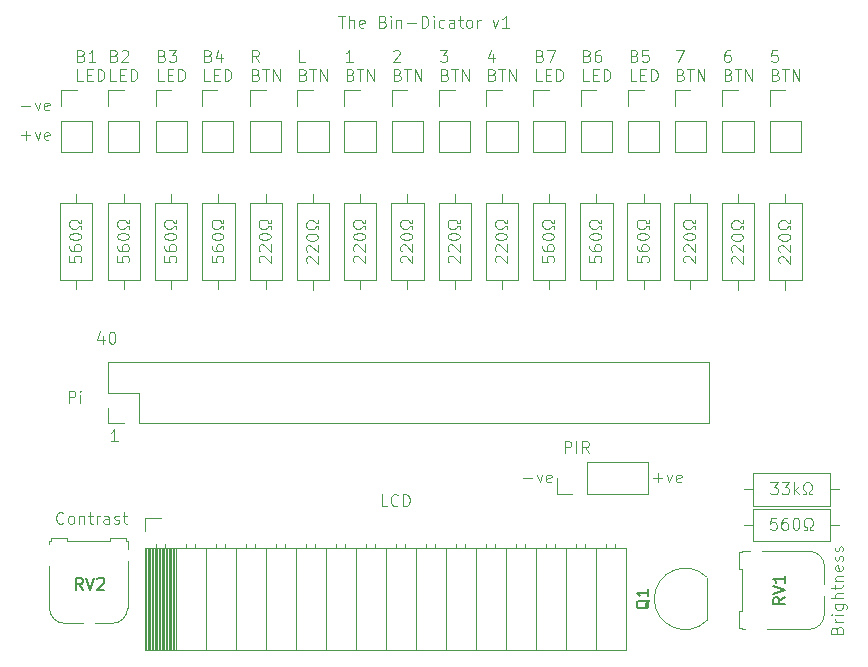
<source format=gto>
%TF.GenerationSoftware,KiCad,Pcbnew,8.0.7-8.0.7-0~ubuntu24.04.1*%
%TF.CreationDate,2025-01-10T11:12:07+00:00*%
%TF.ProjectId,whenisbins,7768656e-6973-4626-996e-732e6b696361,rev?*%
%TF.SameCoordinates,Original*%
%TF.FileFunction,Legend,Top*%
%TF.FilePolarity,Positive*%
%FSLAX46Y46*%
G04 Gerber Fmt 4.6, Leading zero omitted, Abs format (unit mm)*
G04 Created by KiCad (PCBNEW 8.0.7-8.0.7-0~ubuntu24.04.1) date 2025-01-10 11:12:07*
%MOMM*%
%LPD*%
G01*
G04 APERTURE LIST*
%ADD10C,0.100000*%
%ADD11C,0.150000*%
%ADD12C,0.120000*%
%ADD13C,2.900000*%
%ADD14C,5.000000*%
%ADD15O,1.600000X1.600000*%
%ADD16C,1.600000*%
%ADD17O,1.700000X1.700000*%
%ADD18R,1.700000X1.700000*%
%ADD19R,1.560000X1.560000*%
%ADD20C,1.560000*%
%ADD21R,1.500000X1.050000*%
%ADD22O,1.500000X1.050000*%
G04 APERTURE END LIST*
D10*
X134661027Y-87372419D02*
X135232455Y-87372419D01*
X134946741Y-88372419D02*
X134946741Y-87372419D01*
X135565789Y-88372419D02*
X135565789Y-87372419D01*
X135994360Y-88372419D02*
X135994360Y-87848609D01*
X135994360Y-87848609D02*
X135946741Y-87753371D01*
X135946741Y-87753371D02*
X135851503Y-87705752D01*
X135851503Y-87705752D02*
X135708646Y-87705752D01*
X135708646Y-87705752D02*
X135613408Y-87753371D01*
X135613408Y-87753371D02*
X135565789Y-87800990D01*
X136851503Y-88324800D02*
X136756265Y-88372419D01*
X136756265Y-88372419D02*
X136565789Y-88372419D01*
X136565789Y-88372419D02*
X136470551Y-88324800D01*
X136470551Y-88324800D02*
X136422932Y-88229561D01*
X136422932Y-88229561D02*
X136422932Y-87848609D01*
X136422932Y-87848609D02*
X136470551Y-87753371D01*
X136470551Y-87753371D02*
X136565789Y-87705752D01*
X136565789Y-87705752D02*
X136756265Y-87705752D01*
X136756265Y-87705752D02*
X136851503Y-87753371D01*
X136851503Y-87753371D02*
X136899122Y-87848609D01*
X136899122Y-87848609D02*
X136899122Y-87943847D01*
X136899122Y-87943847D02*
X136422932Y-88039085D01*
X138422932Y-87848609D02*
X138565789Y-87896228D01*
X138565789Y-87896228D02*
X138613408Y-87943847D01*
X138613408Y-87943847D02*
X138661027Y-88039085D01*
X138661027Y-88039085D02*
X138661027Y-88181942D01*
X138661027Y-88181942D02*
X138613408Y-88277180D01*
X138613408Y-88277180D02*
X138565789Y-88324800D01*
X138565789Y-88324800D02*
X138470551Y-88372419D01*
X138470551Y-88372419D02*
X138089599Y-88372419D01*
X138089599Y-88372419D02*
X138089599Y-87372419D01*
X138089599Y-87372419D02*
X138422932Y-87372419D01*
X138422932Y-87372419D02*
X138518170Y-87420038D01*
X138518170Y-87420038D02*
X138565789Y-87467657D01*
X138565789Y-87467657D02*
X138613408Y-87562895D01*
X138613408Y-87562895D02*
X138613408Y-87658133D01*
X138613408Y-87658133D02*
X138565789Y-87753371D01*
X138565789Y-87753371D02*
X138518170Y-87800990D01*
X138518170Y-87800990D02*
X138422932Y-87848609D01*
X138422932Y-87848609D02*
X138089599Y-87848609D01*
X139089599Y-88372419D02*
X139089599Y-87705752D01*
X139089599Y-87372419D02*
X139041980Y-87420038D01*
X139041980Y-87420038D02*
X139089599Y-87467657D01*
X139089599Y-87467657D02*
X139137218Y-87420038D01*
X139137218Y-87420038D02*
X139089599Y-87372419D01*
X139089599Y-87372419D02*
X139089599Y-87467657D01*
X139565789Y-87705752D02*
X139565789Y-88372419D01*
X139565789Y-87800990D02*
X139613408Y-87753371D01*
X139613408Y-87753371D02*
X139708646Y-87705752D01*
X139708646Y-87705752D02*
X139851503Y-87705752D01*
X139851503Y-87705752D02*
X139946741Y-87753371D01*
X139946741Y-87753371D02*
X139994360Y-87848609D01*
X139994360Y-87848609D02*
X139994360Y-88372419D01*
X140470551Y-87991466D02*
X141232456Y-87991466D01*
X141708646Y-88372419D02*
X141708646Y-87372419D01*
X141708646Y-87372419D02*
X141946741Y-87372419D01*
X141946741Y-87372419D02*
X142089598Y-87420038D01*
X142089598Y-87420038D02*
X142184836Y-87515276D01*
X142184836Y-87515276D02*
X142232455Y-87610514D01*
X142232455Y-87610514D02*
X142280074Y-87800990D01*
X142280074Y-87800990D02*
X142280074Y-87943847D01*
X142280074Y-87943847D02*
X142232455Y-88134323D01*
X142232455Y-88134323D02*
X142184836Y-88229561D01*
X142184836Y-88229561D02*
X142089598Y-88324800D01*
X142089598Y-88324800D02*
X141946741Y-88372419D01*
X141946741Y-88372419D02*
X141708646Y-88372419D01*
X142708646Y-88372419D02*
X142708646Y-87705752D01*
X142708646Y-87372419D02*
X142661027Y-87420038D01*
X142661027Y-87420038D02*
X142708646Y-87467657D01*
X142708646Y-87467657D02*
X142756265Y-87420038D01*
X142756265Y-87420038D02*
X142708646Y-87372419D01*
X142708646Y-87372419D02*
X142708646Y-87467657D01*
X143613407Y-88324800D02*
X143518169Y-88372419D01*
X143518169Y-88372419D02*
X143327693Y-88372419D01*
X143327693Y-88372419D02*
X143232455Y-88324800D01*
X143232455Y-88324800D02*
X143184836Y-88277180D01*
X143184836Y-88277180D02*
X143137217Y-88181942D01*
X143137217Y-88181942D02*
X143137217Y-87896228D01*
X143137217Y-87896228D02*
X143184836Y-87800990D01*
X143184836Y-87800990D02*
X143232455Y-87753371D01*
X143232455Y-87753371D02*
X143327693Y-87705752D01*
X143327693Y-87705752D02*
X143518169Y-87705752D01*
X143518169Y-87705752D02*
X143613407Y-87753371D01*
X144470550Y-88372419D02*
X144470550Y-87848609D01*
X144470550Y-87848609D02*
X144422931Y-87753371D01*
X144422931Y-87753371D02*
X144327693Y-87705752D01*
X144327693Y-87705752D02*
X144137217Y-87705752D01*
X144137217Y-87705752D02*
X144041979Y-87753371D01*
X144470550Y-88324800D02*
X144375312Y-88372419D01*
X144375312Y-88372419D02*
X144137217Y-88372419D01*
X144137217Y-88372419D02*
X144041979Y-88324800D01*
X144041979Y-88324800D02*
X143994360Y-88229561D01*
X143994360Y-88229561D02*
X143994360Y-88134323D01*
X143994360Y-88134323D02*
X144041979Y-88039085D01*
X144041979Y-88039085D02*
X144137217Y-87991466D01*
X144137217Y-87991466D02*
X144375312Y-87991466D01*
X144375312Y-87991466D02*
X144470550Y-87943847D01*
X144803884Y-87705752D02*
X145184836Y-87705752D01*
X144946741Y-87372419D02*
X144946741Y-88229561D01*
X144946741Y-88229561D02*
X144994360Y-88324800D01*
X144994360Y-88324800D02*
X145089598Y-88372419D01*
X145089598Y-88372419D02*
X145184836Y-88372419D01*
X145661027Y-88372419D02*
X145565789Y-88324800D01*
X145565789Y-88324800D02*
X145518170Y-88277180D01*
X145518170Y-88277180D02*
X145470551Y-88181942D01*
X145470551Y-88181942D02*
X145470551Y-87896228D01*
X145470551Y-87896228D02*
X145518170Y-87800990D01*
X145518170Y-87800990D02*
X145565789Y-87753371D01*
X145565789Y-87753371D02*
X145661027Y-87705752D01*
X145661027Y-87705752D02*
X145803884Y-87705752D01*
X145803884Y-87705752D02*
X145899122Y-87753371D01*
X145899122Y-87753371D02*
X145946741Y-87800990D01*
X145946741Y-87800990D02*
X145994360Y-87896228D01*
X145994360Y-87896228D02*
X145994360Y-88181942D01*
X145994360Y-88181942D02*
X145946741Y-88277180D01*
X145946741Y-88277180D02*
X145899122Y-88324800D01*
X145899122Y-88324800D02*
X145803884Y-88372419D01*
X145803884Y-88372419D02*
X145661027Y-88372419D01*
X146422932Y-88372419D02*
X146422932Y-87705752D01*
X146422932Y-87896228D02*
X146470551Y-87800990D01*
X146470551Y-87800990D02*
X146518170Y-87753371D01*
X146518170Y-87753371D02*
X146613408Y-87705752D01*
X146613408Y-87705752D02*
X146708646Y-87705752D01*
X147708647Y-87705752D02*
X147946742Y-88372419D01*
X147946742Y-88372419D02*
X148184837Y-87705752D01*
X149089599Y-88372419D02*
X148518171Y-88372419D01*
X148803885Y-88372419D02*
X148803885Y-87372419D01*
X148803885Y-87372419D02*
X148708647Y-87515276D01*
X148708647Y-87515276D02*
X148613409Y-87610514D01*
X148613409Y-87610514D02*
X148518171Y-87658133D01*
X172007157Y-108293734D02*
X171959538Y-108246115D01*
X171959538Y-108246115D02*
X171911919Y-108150877D01*
X171911919Y-108150877D02*
X171911919Y-107912782D01*
X171911919Y-107912782D02*
X171959538Y-107817544D01*
X171959538Y-107817544D02*
X172007157Y-107769925D01*
X172007157Y-107769925D02*
X172102395Y-107722306D01*
X172102395Y-107722306D02*
X172197633Y-107722306D01*
X172197633Y-107722306D02*
X172340490Y-107769925D01*
X172340490Y-107769925D02*
X172911919Y-108341353D01*
X172911919Y-108341353D02*
X172911919Y-107722306D01*
X172007157Y-107341353D02*
X171959538Y-107293734D01*
X171959538Y-107293734D02*
X171911919Y-107198496D01*
X171911919Y-107198496D02*
X171911919Y-106960401D01*
X171911919Y-106960401D02*
X171959538Y-106865163D01*
X171959538Y-106865163D02*
X172007157Y-106817544D01*
X172007157Y-106817544D02*
X172102395Y-106769925D01*
X172102395Y-106769925D02*
X172197633Y-106769925D01*
X172197633Y-106769925D02*
X172340490Y-106817544D01*
X172340490Y-106817544D02*
X172911919Y-107388972D01*
X172911919Y-107388972D02*
X172911919Y-106769925D01*
X171911919Y-106150877D02*
X171911919Y-106055639D01*
X171911919Y-106055639D02*
X171959538Y-105960401D01*
X171959538Y-105960401D02*
X172007157Y-105912782D01*
X172007157Y-105912782D02*
X172102395Y-105865163D01*
X172102395Y-105865163D02*
X172292871Y-105817544D01*
X172292871Y-105817544D02*
X172530966Y-105817544D01*
X172530966Y-105817544D02*
X172721442Y-105865163D01*
X172721442Y-105865163D02*
X172816680Y-105912782D01*
X172816680Y-105912782D02*
X172864300Y-105960401D01*
X172864300Y-105960401D02*
X172911919Y-106055639D01*
X172911919Y-106055639D02*
X172911919Y-106150877D01*
X172911919Y-106150877D02*
X172864300Y-106246115D01*
X172864300Y-106246115D02*
X172816680Y-106293734D01*
X172816680Y-106293734D02*
X172721442Y-106341353D01*
X172721442Y-106341353D02*
X172530966Y-106388972D01*
X172530966Y-106388972D02*
X172292871Y-106388972D01*
X172292871Y-106388972D02*
X172102395Y-106341353D01*
X172102395Y-106341353D02*
X172007157Y-106293734D01*
X172007157Y-106293734D02*
X171959538Y-106246115D01*
X171959538Y-106246115D02*
X171911919Y-106150877D01*
X172911919Y-105436591D02*
X172911919Y-105198496D01*
X172911919Y-105198496D02*
X172721442Y-105198496D01*
X172721442Y-105198496D02*
X172673823Y-105293734D01*
X172673823Y-105293734D02*
X172578585Y-105388972D01*
X172578585Y-105388972D02*
X172435728Y-105436591D01*
X172435728Y-105436591D02*
X172197633Y-105436591D01*
X172197633Y-105436591D02*
X172054776Y-105388972D01*
X172054776Y-105388972D02*
X171959538Y-105293734D01*
X171959538Y-105293734D02*
X171911919Y-105150877D01*
X171911919Y-105150877D02*
X171911919Y-104960401D01*
X171911919Y-104960401D02*
X171959538Y-104817544D01*
X171959538Y-104817544D02*
X172054776Y-104722306D01*
X172054776Y-104722306D02*
X172197633Y-104674687D01*
X172197633Y-104674687D02*
X172435728Y-104674687D01*
X172435728Y-104674687D02*
X172578585Y-104722306D01*
X172578585Y-104722306D02*
X172673823Y-104817544D01*
X172673823Y-104817544D02*
X172721442Y-104912782D01*
X172721442Y-104912782D02*
X172911919Y-104912782D01*
X172911919Y-104912782D02*
X172911919Y-104674687D01*
X168007157Y-108293734D02*
X167959538Y-108246115D01*
X167959538Y-108246115D02*
X167911919Y-108150877D01*
X167911919Y-108150877D02*
X167911919Y-107912782D01*
X167911919Y-107912782D02*
X167959538Y-107817544D01*
X167959538Y-107817544D02*
X168007157Y-107769925D01*
X168007157Y-107769925D02*
X168102395Y-107722306D01*
X168102395Y-107722306D02*
X168197633Y-107722306D01*
X168197633Y-107722306D02*
X168340490Y-107769925D01*
X168340490Y-107769925D02*
X168911919Y-108341353D01*
X168911919Y-108341353D02*
X168911919Y-107722306D01*
X168007157Y-107341353D02*
X167959538Y-107293734D01*
X167959538Y-107293734D02*
X167911919Y-107198496D01*
X167911919Y-107198496D02*
X167911919Y-106960401D01*
X167911919Y-106960401D02*
X167959538Y-106865163D01*
X167959538Y-106865163D02*
X168007157Y-106817544D01*
X168007157Y-106817544D02*
X168102395Y-106769925D01*
X168102395Y-106769925D02*
X168197633Y-106769925D01*
X168197633Y-106769925D02*
X168340490Y-106817544D01*
X168340490Y-106817544D02*
X168911919Y-107388972D01*
X168911919Y-107388972D02*
X168911919Y-106769925D01*
X167911919Y-106150877D02*
X167911919Y-106055639D01*
X167911919Y-106055639D02*
X167959538Y-105960401D01*
X167959538Y-105960401D02*
X168007157Y-105912782D01*
X168007157Y-105912782D02*
X168102395Y-105865163D01*
X168102395Y-105865163D02*
X168292871Y-105817544D01*
X168292871Y-105817544D02*
X168530966Y-105817544D01*
X168530966Y-105817544D02*
X168721442Y-105865163D01*
X168721442Y-105865163D02*
X168816680Y-105912782D01*
X168816680Y-105912782D02*
X168864300Y-105960401D01*
X168864300Y-105960401D02*
X168911919Y-106055639D01*
X168911919Y-106055639D02*
X168911919Y-106150877D01*
X168911919Y-106150877D02*
X168864300Y-106246115D01*
X168864300Y-106246115D02*
X168816680Y-106293734D01*
X168816680Y-106293734D02*
X168721442Y-106341353D01*
X168721442Y-106341353D02*
X168530966Y-106388972D01*
X168530966Y-106388972D02*
X168292871Y-106388972D01*
X168292871Y-106388972D02*
X168102395Y-106341353D01*
X168102395Y-106341353D02*
X168007157Y-106293734D01*
X168007157Y-106293734D02*
X167959538Y-106246115D01*
X167959538Y-106246115D02*
X167911919Y-106150877D01*
X168911919Y-105436591D02*
X168911919Y-105198496D01*
X168911919Y-105198496D02*
X168721442Y-105198496D01*
X168721442Y-105198496D02*
X168673823Y-105293734D01*
X168673823Y-105293734D02*
X168578585Y-105388972D01*
X168578585Y-105388972D02*
X168435728Y-105436591D01*
X168435728Y-105436591D02*
X168197633Y-105436591D01*
X168197633Y-105436591D02*
X168054776Y-105388972D01*
X168054776Y-105388972D02*
X167959538Y-105293734D01*
X167959538Y-105293734D02*
X167911919Y-105150877D01*
X167911919Y-105150877D02*
X167911919Y-104960401D01*
X167911919Y-104960401D02*
X167959538Y-104817544D01*
X167959538Y-104817544D02*
X168054776Y-104722306D01*
X168054776Y-104722306D02*
X168197633Y-104674687D01*
X168197633Y-104674687D02*
X168435728Y-104674687D01*
X168435728Y-104674687D02*
X168578585Y-104722306D01*
X168578585Y-104722306D02*
X168673823Y-104817544D01*
X168673823Y-104817544D02*
X168721442Y-104912782D01*
X168721442Y-104912782D02*
X168911919Y-104912782D01*
X168911919Y-104912782D02*
X168911919Y-104674687D01*
X163967657Y-108248279D02*
X163920038Y-108200660D01*
X163920038Y-108200660D02*
X163872419Y-108105422D01*
X163872419Y-108105422D02*
X163872419Y-107867327D01*
X163872419Y-107867327D02*
X163920038Y-107772089D01*
X163920038Y-107772089D02*
X163967657Y-107724470D01*
X163967657Y-107724470D02*
X164062895Y-107676851D01*
X164062895Y-107676851D02*
X164158133Y-107676851D01*
X164158133Y-107676851D02*
X164300990Y-107724470D01*
X164300990Y-107724470D02*
X164872419Y-108295898D01*
X164872419Y-108295898D02*
X164872419Y-107676851D01*
X163967657Y-107295898D02*
X163920038Y-107248279D01*
X163920038Y-107248279D02*
X163872419Y-107153041D01*
X163872419Y-107153041D02*
X163872419Y-106914946D01*
X163872419Y-106914946D02*
X163920038Y-106819708D01*
X163920038Y-106819708D02*
X163967657Y-106772089D01*
X163967657Y-106772089D02*
X164062895Y-106724470D01*
X164062895Y-106724470D02*
X164158133Y-106724470D01*
X164158133Y-106724470D02*
X164300990Y-106772089D01*
X164300990Y-106772089D02*
X164872419Y-107343517D01*
X164872419Y-107343517D02*
X164872419Y-106724470D01*
X163872419Y-106105422D02*
X163872419Y-106010184D01*
X163872419Y-106010184D02*
X163920038Y-105914946D01*
X163920038Y-105914946D02*
X163967657Y-105867327D01*
X163967657Y-105867327D02*
X164062895Y-105819708D01*
X164062895Y-105819708D02*
X164253371Y-105772089D01*
X164253371Y-105772089D02*
X164491466Y-105772089D01*
X164491466Y-105772089D02*
X164681942Y-105819708D01*
X164681942Y-105819708D02*
X164777180Y-105867327D01*
X164777180Y-105867327D02*
X164824800Y-105914946D01*
X164824800Y-105914946D02*
X164872419Y-106010184D01*
X164872419Y-106010184D02*
X164872419Y-106105422D01*
X164872419Y-106105422D02*
X164824800Y-106200660D01*
X164824800Y-106200660D02*
X164777180Y-106248279D01*
X164777180Y-106248279D02*
X164681942Y-106295898D01*
X164681942Y-106295898D02*
X164491466Y-106343517D01*
X164491466Y-106343517D02*
X164253371Y-106343517D01*
X164253371Y-106343517D02*
X164062895Y-106295898D01*
X164062895Y-106295898D02*
X163967657Y-106248279D01*
X163967657Y-106248279D02*
X163920038Y-106200660D01*
X163920038Y-106200660D02*
X163872419Y-106105422D01*
X164872419Y-105391136D02*
X164872419Y-105153041D01*
X164872419Y-105153041D02*
X164681942Y-105153041D01*
X164681942Y-105153041D02*
X164634323Y-105248279D01*
X164634323Y-105248279D02*
X164539085Y-105343517D01*
X164539085Y-105343517D02*
X164396228Y-105391136D01*
X164396228Y-105391136D02*
X164158133Y-105391136D01*
X164158133Y-105391136D02*
X164015276Y-105343517D01*
X164015276Y-105343517D02*
X163920038Y-105248279D01*
X163920038Y-105248279D02*
X163872419Y-105105422D01*
X163872419Y-105105422D02*
X163872419Y-104914946D01*
X163872419Y-104914946D02*
X163920038Y-104772089D01*
X163920038Y-104772089D02*
X164015276Y-104676851D01*
X164015276Y-104676851D02*
X164158133Y-104629232D01*
X164158133Y-104629232D02*
X164396228Y-104629232D01*
X164396228Y-104629232D02*
X164539085Y-104676851D01*
X164539085Y-104676851D02*
X164634323Y-104772089D01*
X164634323Y-104772089D02*
X164681942Y-104867327D01*
X164681942Y-104867327D02*
X164872419Y-104867327D01*
X164872419Y-104867327D02*
X164872419Y-104629232D01*
X159911919Y-107724470D02*
X159911919Y-108200660D01*
X159911919Y-108200660D02*
X160388109Y-108248279D01*
X160388109Y-108248279D02*
X160340490Y-108200660D01*
X160340490Y-108200660D02*
X160292871Y-108105422D01*
X160292871Y-108105422D02*
X160292871Y-107867327D01*
X160292871Y-107867327D02*
X160340490Y-107772089D01*
X160340490Y-107772089D02*
X160388109Y-107724470D01*
X160388109Y-107724470D02*
X160483347Y-107676851D01*
X160483347Y-107676851D02*
X160721442Y-107676851D01*
X160721442Y-107676851D02*
X160816680Y-107724470D01*
X160816680Y-107724470D02*
X160864300Y-107772089D01*
X160864300Y-107772089D02*
X160911919Y-107867327D01*
X160911919Y-107867327D02*
X160911919Y-108105422D01*
X160911919Y-108105422D02*
X160864300Y-108200660D01*
X160864300Y-108200660D02*
X160816680Y-108248279D01*
X159911919Y-106819708D02*
X159911919Y-107010184D01*
X159911919Y-107010184D02*
X159959538Y-107105422D01*
X159959538Y-107105422D02*
X160007157Y-107153041D01*
X160007157Y-107153041D02*
X160150014Y-107248279D01*
X160150014Y-107248279D02*
X160340490Y-107295898D01*
X160340490Y-107295898D02*
X160721442Y-107295898D01*
X160721442Y-107295898D02*
X160816680Y-107248279D01*
X160816680Y-107248279D02*
X160864300Y-107200660D01*
X160864300Y-107200660D02*
X160911919Y-107105422D01*
X160911919Y-107105422D02*
X160911919Y-106914946D01*
X160911919Y-106914946D02*
X160864300Y-106819708D01*
X160864300Y-106819708D02*
X160816680Y-106772089D01*
X160816680Y-106772089D02*
X160721442Y-106724470D01*
X160721442Y-106724470D02*
X160483347Y-106724470D01*
X160483347Y-106724470D02*
X160388109Y-106772089D01*
X160388109Y-106772089D02*
X160340490Y-106819708D01*
X160340490Y-106819708D02*
X160292871Y-106914946D01*
X160292871Y-106914946D02*
X160292871Y-107105422D01*
X160292871Y-107105422D02*
X160340490Y-107200660D01*
X160340490Y-107200660D02*
X160388109Y-107248279D01*
X160388109Y-107248279D02*
X160483347Y-107295898D01*
X159911919Y-106105422D02*
X159911919Y-106010184D01*
X159911919Y-106010184D02*
X159959538Y-105914946D01*
X159959538Y-105914946D02*
X160007157Y-105867327D01*
X160007157Y-105867327D02*
X160102395Y-105819708D01*
X160102395Y-105819708D02*
X160292871Y-105772089D01*
X160292871Y-105772089D02*
X160530966Y-105772089D01*
X160530966Y-105772089D02*
X160721442Y-105819708D01*
X160721442Y-105819708D02*
X160816680Y-105867327D01*
X160816680Y-105867327D02*
X160864300Y-105914946D01*
X160864300Y-105914946D02*
X160911919Y-106010184D01*
X160911919Y-106010184D02*
X160911919Y-106105422D01*
X160911919Y-106105422D02*
X160864300Y-106200660D01*
X160864300Y-106200660D02*
X160816680Y-106248279D01*
X160816680Y-106248279D02*
X160721442Y-106295898D01*
X160721442Y-106295898D02*
X160530966Y-106343517D01*
X160530966Y-106343517D02*
X160292871Y-106343517D01*
X160292871Y-106343517D02*
X160102395Y-106295898D01*
X160102395Y-106295898D02*
X160007157Y-106248279D01*
X160007157Y-106248279D02*
X159959538Y-106200660D01*
X159959538Y-106200660D02*
X159911919Y-106105422D01*
X160911919Y-105391136D02*
X160911919Y-105153041D01*
X160911919Y-105153041D02*
X160721442Y-105153041D01*
X160721442Y-105153041D02*
X160673823Y-105248279D01*
X160673823Y-105248279D02*
X160578585Y-105343517D01*
X160578585Y-105343517D02*
X160435728Y-105391136D01*
X160435728Y-105391136D02*
X160197633Y-105391136D01*
X160197633Y-105391136D02*
X160054776Y-105343517D01*
X160054776Y-105343517D02*
X159959538Y-105248279D01*
X159959538Y-105248279D02*
X159911919Y-105105422D01*
X159911919Y-105105422D02*
X159911919Y-104914946D01*
X159911919Y-104914946D02*
X159959538Y-104772089D01*
X159959538Y-104772089D02*
X160054776Y-104676851D01*
X160054776Y-104676851D02*
X160197633Y-104629232D01*
X160197633Y-104629232D02*
X160435728Y-104629232D01*
X160435728Y-104629232D02*
X160578585Y-104676851D01*
X160578585Y-104676851D02*
X160673823Y-104772089D01*
X160673823Y-104772089D02*
X160721442Y-104867327D01*
X160721442Y-104867327D02*
X160911919Y-104867327D01*
X160911919Y-104867327D02*
X160911919Y-104629232D01*
X155911919Y-107724470D02*
X155911919Y-108200660D01*
X155911919Y-108200660D02*
X156388109Y-108248279D01*
X156388109Y-108248279D02*
X156340490Y-108200660D01*
X156340490Y-108200660D02*
X156292871Y-108105422D01*
X156292871Y-108105422D02*
X156292871Y-107867327D01*
X156292871Y-107867327D02*
X156340490Y-107772089D01*
X156340490Y-107772089D02*
X156388109Y-107724470D01*
X156388109Y-107724470D02*
X156483347Y-107676851D01*
X156483347Y-107676851D02*
X156721442Y-107676851D01*
X156721442Y-107676851D02*
X156816680Y-107724470D01*
X156816680Y-107724470D02*
X156864300Y-107772089D01*
X156864300Y-107772089D02*
X156911919Y-107867327D01*
X156911919Y-107867327D02*
X156911919Y-108105422D01*
X156911919Y-108105422D02*
X156864300Y-108200660D01*
X156864300Y-108200660D02*
X156816680Y-108248279D01*
X155911919Y-106819708D02*
X155911919Y-107010184D01*
X155911919Y-107010184D02*
X155959538Y-107105422D01*
X155959538Y-107105422D02*
X156007157Y-107153041D01*
X156007157Y-107153041D02*
X156150014Y-107248279D01*
X156150014Y-107248279D02*
X156340490Y-107295898D01*
X156340490Y-107295898D02*
X156721442Y-107295898D01*
X156721442Y-107295898D02*
X156816680Y-107248279D01*
X156816680Y-107248279D02*
X156864300Y-107200660D01*
X156864300Y-107200660D02*
X156911919Y-107105422D01*
X156911919Y-107105422D02*
X156911919Y-106914946D01*
X156911919Y-106914946D02*
X156864300Y-106819708D01*
X156864300Y-106819708D02*
X156816680Y-106772089D01*
X156816680Y-106772089D02*
X156721442Y-106724470D01*
X156721442Y-106724470D02*
X156483347Y-106724470D01*
X156483347Y-106724470D02*
X156388109Y-106772089D01*
X156388109Y-106772089D02*
X156340490Y-106819708D01*
X156340490Y-106819708D02*
X156292871Y-106914946D01*
X156292871Y-106914946D02*
X156292871Y-107105422D01*
X156292871Y-107105422D02*
X156340490Y-107200660D01*
X156340490Y-107200660D02*
X156388109Y-107248279D01*
X156388109Y-107248279D02*
X156483347Y-107295898D01*
X155911919Y-106105422D02*
X155911919Y-106010184D01*
X155911919Y-106010184D02*
X155959538Y-105914946D01*
X155959538Y-105914946D02*
X156007157Y-105867327D01*
X156007157Y-105867327D02*
X156102395Y-105819708D01*
X156102395Y-105819708D02*
X156292871Y-105772089D01*
X156292871Y-105772089D02*
X156530966Y-105772089D01*
X156530966Y-105772089D02*
X156721442Y-105819708D01*
X156721442Y-105819708D02*
X156816680Y-105867327D01*
X156816680Y-105867327D02*
X156864300Y-105914946D01*
X156864300Y-105914946D02*
X156911919Y-106010184D01*
X156911919Y-106010184D02*
X156911919Y-106105422D01*
X156911919Y-106105422D02*
X156864300Y-106200660D01*
X156864300Y-106200660D02*
X156816680Y-106248279D01*
X156816680Y-106248279D02*
X156721442Y-106295898D01*
X156721442Y-106295898D02*
X156530966Y-106343517D01*
X156530966Y-106343517D02*
X156292871Y-106343517D01*
X156292871Y-106343517D02*
X156102395Y-106295898D01*
X156102395Y-106295898D02*
X156007157Y-106248279D01*
X156007157Y-106248279D02*
X155959538Y-106200660D01*
X155959538Y-106200660D02*
X155911919Y-106105422D01*
X156911919Y-105391136D02*
X156911919Y-105153041D01*
X156911919Y-105153041D02*
X156721442Y-105153041D01*
X156721442Y-105153041D02*
X156673823Y-105248279D01*
X156673823Y-105248279D02*
X156578585Y-105343517D01*
X156578585Y-105343517D02*
X156435728Y-105391136D01*
X156435728Y-105391136D02*
X156197633Y-105391136D01*
X156197633Y-105391136D02*
X156054776Y-105343517D01*
X156054776Y-105343517D02*
X155959538Y-105248279D01*
X155959538Y-105248279D02*
X155911919Y-105105422D01*
X155911919Y-105105422D02*
X155911919Y-104914946D01*
X155911919Y-104914946D02*
X155959538Y-104772089D01*
X155959538Y-104772089D02*
X156054776Y-104676851D01*
X156054776Y-104676851D02*
X156197633Y-104629232D01*
X156197633Y-104629232D02*
X156435728Y-104629232D01*
X156435728Y-104629232D02*
X156578585Y-104676851D01*
X156578585Y-104676851D02*
X156673823Y-104772089D01*
X156673823Y-104772089D02*
X156721442Y-104867327D01*
X156721442Y-104867327D02*
X156911919Y-104867327D01*
X156911919Y-104867327D02*
X156911919Y-104629232D01*
X151911919Y-107724470D02*
X151911919Y-108200660D01*
X151911919Y-108200660D02*
X152388109Y-108248279D01*
X152388109Y-108248279D02*
X152340490Y-108200660D01*
X152340490Y-108200660D02*
X152292871Y-108105422D01*
X152292871Y-108105422D02*
X152292871Y-107867327D01*
X152292871Y-107867327D02*
X152340490Y-107772089D01*
X152340490Y-107772089D02*
X152388109Y-107724470D01*
X152388109Y-107724470D02*
X152483347Y-107676851D01*
X152483347Y-107676851D02*
X152721442Y-107676851D01*
X152721442Y-107676851D02*
X152816680Y-107724470D01*
X152816680Y-107724470D02*
X152864300Y-107772089D01*
X152864300Y-107772089D02*
X152911919Y-107867327D01*
X152911919Y-107867327D02*
X152911919Y-108105422D01*
X152911919Y-108105422D02*
X152864300Y-108200660D01*
X152864300Y-108200660D02*
X152816680Y-108248279D01*
X151911919Y-106819708D02*
X151911919Y-107010184D01*
X151911919Y-107010184D02*
X151959538Y-107105422D01*
X151959538Y-107105422D02*
X152007157Y-107153041D01*
X152007157Y-107153041D02*
X152150014Y-107248279D01*
X152150014Y-107248279D02*
X152340490Y-107295898D01*
X152340490Y-107295898D02*
X152721442Y-107295898D01*
X152721442Y-107295898D02*
X152816680Y-107248279D01*
X152816680Y-107248279D02*
X152864300Y-107200660D01*
X152864300Y-107200660D02*
X152911919Y-107105422D01*
X152911919Y-107105422D02*
X152911919Y-106914946D01*
X152911919Y-106914946D02*
X152864300Y-106819708D01*
X152864300Y-106819708D02*
X152816680Y-106772089D01*
X152816680Y-106772089D02*
X152721442Y-106724470D01*
X152721442Y-106724470D02*
X152483347Y-106724470D01*
X152483347Y-106724470D02*
X152388109Y-106772089D01*
X152388109Y-106772089D02*
X152340490Y-106819708D01*
X152340490Y-106819708D02*
X152292871Y-106914946D01*
X152292871Y-106914946D02*
X152292871Y-107105422D01*
X152292871Y-107105422D02*
X152340490Y-107200660D01*
X152340490Y-107200660D02*
X152388109Y-107248279D01*
X152388109Y-107248279D02*
X152483347Y-107295898D01*
X151911919Y-106105422D02*
X151911919Y-106010184D01*
X151911919Y-106010184D02*
X151959538Y-105914946D01*
X151959538Y-105914946D02*
X152007157Y-105867327D01*
X152007157Y-105867327D02*
X152102395Y-105819708D01*
X152102395Y-105819708D02*
X152292871Y-105772089D01*
X152292871Y-105772089D02*
X152530966Y-105772089D01*
X152530966Y-105772089D02*
X152721442Y-105819708D01*
X152721442Y-105819708D02*
X152816680Y-105867327D01*
X152816680Y-105867327D02*
X152864300Y-105914946D01*
X152864300Y-105914946D02*
X152911919Y-106010184D01*
X152911919Y-106010184D02*
X152911919Y-106105422D01*
X152911919Y-106105422D02*
X152864300Y-106200660D01*
X152864300Y-106200660D02*
X152816680Y-106248279D01*
X152816680Y-106248279D02*
X152721442Y-106295898D01*
X152721442Y-106295898D02*
X152530966Y-106343517D01*
X152530966Y-106343517D02*
X152292871Y-106343517D01*
X152292871Y-106343517D02*
X152102395Y-106295898D01*
X152102395Y-106295898D02*
X152007157Y-106248279D01*
X152007157Y-106248279D02*
X151959538Y-106200660D01*
X151959538Y-106200660D02*
X151911919Y-106105422D01*
X152911919Y-105391136D02*
X152911919Y-105153041D01*
X152911919Y-105153041D02*
X152721442Y-105153041D01*
X152721442Y-105153041D02*
X152673823Y-105248279D01*
X152673823Y-105248279D02*
X152578585Y-105343517D01*
X152578585Y-105343517D02*
X152435728Y-105391136D01*
X152435728Y-105391136D02*
X152197633Y-105391136D01*
X152197633Y-105391136D02*
X152054776Y-105343517D01*
X152054776Y-105343517D02*
X151959538Y-105248279D01*
X151959538Y-105248279D02*
X151911919Y-105105422D01*
X151911919Y-105105422D02*
X151911919Y-104914946D01*
X151911919Y-104914946D02*
X151959538Y-104772089D01*
X151959538Y-104772089D02*
X152054776Y-104676851D01*
X152054776Y-104676851D02*
X152197633Y-104629232D01*
X152197633Y-104629232D02*
X152435728Y-104629232D01*
X152435728Y-104629232D02*
X152578585Y-104676851D01*
X152578585Y-104676851D02*
X152673823Y-104772089D01*
X152673823Y-104772089D02*
X152721442Y-104867327D01*
X152721442Y-104867327D02*
X152911919Y-104867327D01*
X152911919Y-104867327D02*
X152911919Y-104629232D01*
X151730074Y-90738665D02*
X151872931Y-90786284D01*
X151872931Y-90786284D02*
X151920550Y-90833903D01*
X151920550Y-90833903D02*
X151968169Y-90929141D01*
X151968169Y-90929141D02*
X151968169Y-91071998D01*
X151968169Y-91071998D02*
X151920550Y-91167236D01*
X151920550Y-91167236D02*
X151872931Y-91214856D01*
X151872931Y-91214856D02*
X151777693Y-91262475D01*
X151777693Y-91262475D02*
X151396741Y-91262475D01*
X151396741Y-91262475D02*
X151396741Y-90262475D01*
X151396741Y-90262475D02*
X151730074Y-90262475D01*
X151730074Y-90262475D02*
X151825312Y-90310094D01*
X151825312Y-90310094D02*
X151872931Y-90357713D01*
X151872931Y-90357713D02*
X151920550Y-90452951D01*
X151920550Y-90452951D02*
X151920550Y-90548189D01*
X151920550Y-90548189D02*
X151872931Y-90643427D01*
X151872931Y-90643427D02*
X151825312Y-90691046D01*
X151825312Y-90691046D02*
X151730074Y-90738665D01*
X151730074Y-90738665D02*
X151396741Y-90738665D01*
X152301503Y-90262475D02*
X152968169Y-90262475D01*
X152968169Y-90262475D02*
X152539598Y-91262475D01*
X151872931Y-92872419D02*
X151396741Y-92872419D01*
X151396741Y-92872419D02*
X151396741Y-91872419D01*
X152206265Y-92348609D02*
X152539598Y-92348609D01*
X152682455Y-92872419D02*
X152206265Y-92872419D01*
X152206265Y-92872419D02*
X152206265Y-91872419D01*
X152206265Y-91872419D02*
X152682455Y-91872419D01*
X153111027Y-92872419D02*
X153111027Y-91872419D01*
X153111027Y-91872419D02*
X153349122Y-91872419D01*
X153349122Y-91872419D02*
X153491979Y-91920038D01*
X153491979Y-91920038D02*
X153587217Y-92015276D01*
X153587217Y-92015276D02*
X153634836Y-92110514D01*
X153634836Y-92110514D02*
X153682455Y-92300990D01*
X153682455Y-92300990D02*
X153682455Y-92443847D01*
X153682455Y-92443847D02*
X153634836Y-92634323D01*
X153634836Y-92634323D02*
X153587217Y-92729561D01*
X153587217Y-92729561D02*
X153491979Y-92824800D01*
X153491979Y-92824800D02*
X153349122Y-92872419D01*
X153349122Y-92872419D02*
X153111027Y-92872419D01*
X155730074Y-90738665D02*
X155872931Y-90786284D01*
X155872931Y-90786284D02*
X155920550Y-90833903D01*
X155920550Y-90833903D02*
X155968169Y-90929141D01*
X155968169Y-90929141D02*
X155968169Y-91071998D01*
X155968169Y-91071998D02*
X155920550Y-91167236D01*
X155920550Y-91167236D02*
X155872931Y-91214856D01*
X155872931Y-91214856D02*
X155777693Y-91262475D01*
X155777693Y-91262475D02*
X155396741Y-91262475D01*
X155396741Y-91262475D02*
X155396741Y-90262475D01*
X155396741Y-90262475D02*
X155730074Y-90262475D01*
X155730074Y-90262475D02*
X155825312Y-90310094D01*
X155825312Y-90310094D02*
X155872931Y-90357713D01*
X155872931Y-90357713D02*
X155920550Y-90452951D01*
X155920550Y-90452951D02*
X155920550Y-90548189D01*
X155920550Y-90548189D02*
X155872931Y-90643427D01*
X155872931Y-90643427D02*
X155825312Y-90691046D01*
X155825312Y-90691046D02*
X155730074Y-90738665D01*
X155730074Y-90738665D02*
X155396741Y-90738665D01*
X156825312Y-90262475D02*
X156634836Y-90262475D01*
X156634836Y-90262475D02*
X156539598Y-90310094D01*
X156539598Y-90310094D02*
X156491979Y-90357713D01*
X156491979Y-90357713D02*
X156396741Y-90500570D01*
X156396741Y-90500570D02*
X156349122Y-90691046D01*
X156349122Y-90691046D02*
X156349122Y-91071998D01*
X156349122Y-91071998D02*
X156396741Y-91167236D01*
X156396741Y-91167236D02*
X156444360Y-91214856D01*
X156444360Y-91214856D02*
X156539598Y-91262475D01*
X156539598Y-91262475D02*
X156730074Y-91262475D01*
X156730074Y-91262475D02*
X156825312Y-91214856D01*
X156825312Y-91214856D02*
X156872931Y-91167236D01*
X156872931Y-91167236D02*
X156920550Y-91071998D01*
X156920550Y-91071998D02*
X156920550Y-90833903D01*
X156920550Y-90833903D02*
X156872931Y-90738665D01*
X156872931Y-90738665D02*
X156825312Y-90691046D01*
X156825312Y-90691046D02*
X156730074Y-90643427D01*
X156730074Y-90643427D02*
X156539598Y-90643427D01*
X156539598Y-90643427D02*
X156444360Y-90691046D01*
X156444360Y-90691046D02*
X156396741Y-90738665D01*
X156396741Y-90738665D02*
X156349122Y-90833903D01*
X155872931Y-92872419D02*
X155396741Y-92872419D01*
X155396741Y-92872419D02*
X155396741Y-91872419D01*
X156206265Y-92348609D02*
X156539598Y-92348609D01*
X156682455Y-92872419D02*
X156206265Y-92872419D01*
X156206265Y-92872419D02*
X156206265Y-91872419D01*
X156206265Y-91872419D02*
X156682455Y-91872419D01*
X157111027Y-92872419D02*
X157111027Y-91872419D01*
X157111027Y-91872419D02*
X157349122Y-91872419D01*
X157349122Y-91872419D02*
X157491979Y-91920038D01*
X157491979Y-91920038D02*
X157587217Y-92015276D01*
X157587217Y-92015276D02*
X157634836Y-92110514D01*
X157634836Y-92110514D02*
X157682455Y-92300990D01*
X157682455Y-92300990D02*
X157682455Y-92443847D01*
X157682455Y-92443847D02*
X157634836Y-92634323D01*
X157634836Y-92634323D02*
X157587217Y-92729561D01*
X157587217Y-92729561D02*
X157491979Y-92824800D01*
X157491979Y-92824800D02*
X157349122Y-92872419D01*
X157349122Y-92872419D02*
X157111027Y-92872419D01*
X159730074Y-90738665D02*
X159872931Y-90786284D01*
X159872931Y-90786284D02*
X159920550Y-90833903D01*
X159920550Y-90833903D02*
X159968169Y-90929141D01*
X159968169Y-90929141D02*
X159968169Y-91071998D01*
X159968169Y-91071998D02*
X159920550Y-91167236D01*
X159920550Y-91167236D02*
X159872931Y-91214856D01*
X159872931Y-91214856D02*
X159777693Y-91262475D01*
X159777693Y-91262475D02*
X159396741Y-91262475D01*
X159396741Y-91262475D02*
X159396741Y-90262475D01*
X159396741Y-90262475D02*
X159730074Y-90262475D01*
X159730074Y-90262475D02*
X159825312Y-90310094D01*
X159825312Y-90310094D02*
X159872931Y-90357713D01*
X159872931Y-90357713D02*
X159920550Y-90452951D01*
X159920550Y-90452951D02*
X159920550Y-90548189D01*
X159920550Y-90548189D02*
X159872931Y-90643427D01*
X159872931Y-90643427D02*
X159825312Y-90691046D01*
X159825312Y-90691046D02*
X159730074Y-90738665D01*
X159730074Y-90738665D02*
X159396741Y-90738665D01*
X160872931Y-90262475D02*
X160396741Y-90262475D01*
X160396741Y-90262475D02*
X160349122Y-90738665D01*
X160349122Y-90738665D02*
X160396741Y-90691046D01*
X160396741Y-90691046D02*
X160491979Y-90643427D01*
X160491979Y-90643427D02*
X160730074Y-90643427D01*
X160730074Y-90643427D02*
X160825312Y-90691046D01*
X160825312Y-90691046D02*
X160872931Y-90738665D01*
X160872931Y-90738665D02*
X160920550Y-90833903D01*
X160920550Y-90833903D02*
X160920550Y-91071998D01*
X160920550Y-91071998D02*
X160872931Y-91167236D01*
X160872931Y-91167236D02*
X160825312Y-91214856D01*
X160825312Y-91214856D02*
X160730074Y-91262475D01*
X160730074Y-91262475D02*
X160491979Y-91262475D01*
X160491979Y-91262475D02*
X160396741Y-91214856D01*
X160396741Y-91214856D02*
X160349122Y-91167236D01*
X159872931Y-92872419D02*
X159396741Y-92872419D01*
X159396741Y-92872419D02*
X159396741Y-91872419D01*
X160206265Y-92348609D02*
X160539598Y-92348609D01*
X160682455Y-92872419D02*
X160206265Y-92872419D01*
X160206265Y-92872419D02*
X160206265Y-91872419D01*
X160206265Y-91872419D02*
X160682455Y-91872419D01*
X161111027Y-92872419D02*
X161111027Y-91872419D01*
X161111027Y-91872419D02*
X161349122Y-91872419D01*
X161349122Y-91872419D02*
X161491979Y-91920038D01*
X161491979Y-91920038D02*
X161587217Y-92015276D01*
X161587217Y-92015276D02*
X161634836Y-92110514D01*
X161634836Y-92110514D02*
X161682455Y-92300990D01*
X161682455Y-92300990D02*
X161682455Y-92443847D01*
X161682455Y-92443847D02*
X161634836Y-92634323D01*
X161634836Y-92634323D02*
X161587217Y-92729561D01*
X161587217Y-92729561D02*
X161491979Y-92824800D01*
X161491979Y-92824800D02*
X161349122Y-92872419D01*
X161349122Y-92872419D02*
X161111027Y-92872419D01*
X163208646Y-90262475D02*
X163875312Y-90262475D01*
X163875312Y-90262475D02*
X163446741Y-91262475D01*
X163637217Y-92348609D02*
X163780074Y-92396228D01*
X163780074Y-92396228D02*
X163827693Y-92443847D01*
X163827693Y-92443847D02*
X163875312Y-92539085D01*
X163875312Y-92539085D02*
X163875312Y-92681942D01*
X163875312Y-92681942D02*
X163827693Y-92777180D01*
X163827693Y-92777180D02*
X163780074Y-92824800D01*
X163780074Y-92824800D02*
X163684836Y-92872419D01*
X163684836Y-92872419D02*
X163303884Y-92872419D01*
X163303884Y-92872419D02*
X163303884Y-91872419D01*
X163303884Y-91872419D02*
X163637217Y-91872419D01*
X163637217Y-91872419D02*
X163732455Y-91920038D01*
X163732455Y-91920038D02*
X163780074Y-91967657D01*
X163780074Y-91967657D02*
X163827693Y-92062895D01*
X163827693Y-92062895D02*
X163827693Y-92158133D01*
X163827693Y-92158133D02*
X163780074Y-92253371D01*
X163780074Y-92253371D02*
X163732455Y-92300990D01*
X163732455Y-92300990D02*
X163637217Y-92348609D01*
X163637217Y-92348609D02*
X163303884Y-92348609D01*
X164161027Y-91872419D02*
X164732455Y-91872419D01*
X164446741Y-92872419D02*
X164446741Y-91872419D01*
X165065789Y-92872419D02*
X165065789Y-91872419D01*
X165065789Y-91872419D02*
X165637217Y-92872419D01*
X165637217Y-92872419D02*
X165637217Y-91872419D01*
X167777693Y-90262475D02*
X167587217Y-90262475D01*
X167587217Y-90262475D02*
X167491979Y-90310094D01*
X167491979Y-90310094D02*
X167444360Y-90357713D01*
X167444360Y-90357713D02*
X167349122Y-90500570D01*
X167349122Y-90500570D02*
X167301503Y-90691046D01*
X167301503Y-90691046D02*
X167301503Y-91071998D01*
X167301503Y-91071998D02*
X167349122Y-91167236D01*
X167349122Y-91167236D02*
X167396741Y-91214856D01*
X167396741Y-91214856D02*
X167491979Y-91262475D01*
X167491979Y-91262475D02*
X167682455Y-91262475D01*
X167682455Y-91262475D02*
X167777693Y-91214856D01*
X167777693Y-91214856D02*
X167825312Y-91167236D01*
X167825312Y-91167236D02*
X167872931Y-91071998D01*
X167872931Y-91071998D02*
X167872931Y-90833903D01*
X167872931Y-90833903D02*
X167825312Y-90738665D01*
X167825312Y-90738665D02*
X167777693Y-90691046D01*
X167777693Y-90691046D02*
X167682455Y-90643427D01*
X167682455Y-90643427D02*
X167491979Y-90643427D01*
X167491979Y-90643427D02*
X167396741Y-90691046D01*
X167396741Y-90691046D02*
X167349122Y-90738665D01*
X167349122Y-90738665D02*
X167301503Y-90833903D01*
X167682455Y-92348609D02*
X167825312Y-92396228D01*
X167825312Y-92396228D02*
X167872931Y-92443847D01*
X167872931Y-92443847D02*
X167920550Y-92539085D01*
X167920550Y-92539085D02*
X167920550Y-92681942D01*
X167920550Y-92681942D02*
X167872931Y-92777180D01*
X167872931Y-92777180D02*
X167825312Y-92824800D01*
X167825312Y-92824800D02*
X167730074Y-92872419D01*
X167730074Y-92872419D02*
X167349122Y-92872419D01*
X167349122Y-92872419D02*
X167349122Y-91872419D01*
X167349122Y-91872419D02*
X167682455Y-91872419D01*
X167682455Y-91872419D02*
X167777693Y-91920038D01*
X167777693Y-91920038D02*
X167825312Y-91967657D01*
X167825312Y-91967657D02*
X167872931Y-92062895D01*
X167872931Y-92062895D02*
X167872931Y-92158133D01*
X167872931Y-92158133D02*
X167825312Y-92253371D01*
X167825312Y-92253371D02*
X167777693Y-92300990D01*
X167777693Y-92300990D02*
X167682455Y-92348609D01*
X167682455Y-92348609D02*
X167349122Y-92348609D01*
X168206265Y-91872419D02*
X168777693Y-91872419D01*
X168491979Y-92872419D02*
X168491979Y-91872419D01*
X169111027Y-92872419D02*
X169111027Y-91872419D01*
X169111027Y-91872419D02*
X169682455Y-92872419D01*
X169682455Y-92872419D02*
X169682455Y-91872419D01*
X171825312Y-90262475D02*
X171349122Y-90262475D01*
X171349122Y-90262475D02*
X171301503Y-90738665D01*
X171301503Y-90738665D02*
X171349122Y-90691046D01*
X171349122Y-90691046D02*
X171444360Y-90643427D01*
X171444360Y-90643427D02*
X171682455Y-90643427D01*
X171682455Y-90643427D02*
X171777693Y-90691046D01*
X171777693Y-90691046D02*
X171825312Y-90738665D01*
X171825312Y-90738665D02*
X171872931Y-90833903D01*
X171872931Y-90833903D02*
X171872931Y-91071998D01*
X171872931Y-91071998D02*
X171825312Y-91167236D01*
X171825312Y-91167236D02*
X171777693Y-91214856D01*
X171777693Y-91214856D02*
X171682455Y-91262475D01*
X171682455Y-91262475D02*
X171444360Y-91262475D01*
X171444360Y-91262475D02*
X171349122Y-91214856D01*
X171349122Y-91214856D02*
X171301503Y-91167236D01*
X171682455Y-92348609D02*
X171825312Y-92396228D01*
X171825312Y-92396228D02*
X171872931Y-92443847D01*
X171872931Y-92443847D02*
X171920550Y-92539085D01*
X171920550Y-92539085D02*
X171920550Y-92681942D01*
X171920550Y-92681942D02*
X171872931Y-92777180D01*
X171872931Y-92777180D02*
X171825312Y-92824800D01*
X171825312Y-92824800D02*
X171730074Y-92872419D01*
X171730074Y-92872419D02*
X171349122Y-92872419D01*
X171349122Y-92872419D02*
X171349122Y-91872419D01*
X171349122Y-91872419D02*
X171682455Y-91872419D01*
X171682455Y-91872419D02*
X171777693Y-91920038D01*
X171777693Y-91920038D02*
X171825312Y-91967657D01*
X171825312Y-91967657D02*
X171872931Y-92062895D01*
X171872931Y-92062895D02*
X171872931Y-92158133D01*
X171872931Y-92158133D02*
X171825312Y-92253371D01*
X171825312Y-92253371D02*
X171777693Y-92300990D01*
X171777693Y-92300990D02*
X171682455Y-92348609D01*
X171682455Y-92348609D02*
X171349122Y-92348609D01*
X172206265Y-91872419D02*
X172777693Y-91872419D01*
X172491979Y-92872419D02*
X172491979Y-91872419D01*
X173111027Y-92872419D02*
X173111027Y-91872419D01*
X173111027Y-91872419D02*
X173682455Y-92872419D01*
X173682455Y-92872419D02*
X173682455Y-91872419D01*
X114732455Y-114455752D02*
X114732455Y-115122419D01*
X114494360Y-114074800D02*
X114256265Y-114789085D01*
X114256265Y-114789085D02*
X114875312Y-114789085D01*
X115446741Y-114122419D02*
X115541979Y-114122419D01*
X115541979Y-114122419D02*
X115637217Y-114170038D01*
X115637217Y-114170038D02*
X115684836Y-114217657D01*
X115684836Y-114217657D02*
X115732455Y-114312895D01*
X115732455Y-114312895D02*
X115780074Y-114503371D01*
X115780074Y-114503371D02*
X115780074Y-114741466D01*
X115780074Y-114741466D02*
X115732455Y-114931942D01*
X115732455Y-114931942D02*
X115684836Y-115027180D01*
X115684836Y-115027180D02*
X115637217Y-115074800D01*
X115637217Y-115074800D02*
X115541979Y-115122419D01*
X115541979Y-115122419D02*
X115446741Y-115122419D01*
X115446741Y-115122419D02*
X115351503Y-115074800D01*
X115351503Y-115074800D02*
X115303884Y-115027180D01*
X115303884Y-115027180D02*
X115256265Y-114931942D01*
X115256265Y-114931942D02*
X115208646Y-114741466D01*
X115208646Y-114741466D02*
X115208646Y-114503371D01*
X115208646Y-114503371D02*
X115256265Y-114312895D01*
X115256265Y-114312895D02*
X115303884Y-114217657D01*
X115303884Y-114217657D02*
X115351503Y-114170038D01*
X115351503Y-114170038D02*
X115446741Y-114122419D01*
X138780074Y-128872419D02*
X138303884Y-128872419D01*
X138303884Y-128872419D02*
X138303884Y-127872419D01*
X139684836Y-128777180D02*
X139637217Y-128824800D01*
X139637217Y-128824800D02*
X139494360Y-128872419D01*
X139494360Y-128872419D02*
X139399122Y-128872419D01*
X139399122Y-128872419D02*
X139256265Y-128824800D01*
X139256265Y-128824800D02*
X139161027Y-128729561D01*
X139161027Y-128729561D02*
X139113408Y-128634323D01*
X139113408Y-128634323D02*
X139065789Y-128443847D01*
X139065789Y-128443847D02*
X139065789Y-128300990D01*
X139065789Y-128300990D02*
X139113408Y-128110514D01*
X139113408Y-128110514D02*
X139161027Y-128015276D01*
X139161027Y-128015276D02*
X139256265Y-127920038D01*
X139256265Y-127920038D02*
X139399122Y-127872419D01*
X139399122Y-127872419D02*
X139494360Y-127872419D01*
X139494360Y-127872419D02*
X139637217Y-127920038D01*
X139637217Y-127920038D02*
X139684836Y-127967657D01*
X140113408Y-128872419D02*
X140113408Y-127872419D01*
X140113408Y-127872419D02*
X140351503Y-127872419D01*
X140351503Y-127872419D02*
X140494360Y-127920038D01*
X140494360Y-127920038D02*
X140589598Y-128015276D01*
X140589598Y-128015276D02*
X140637217Y-128110514D01*
X140637217Y-128110514D02*
X140684836Y-128300990D01*
X140684836Y-128300990D02*
X140684836Y-128443847D01*
X140684836Y-128443847D02*
X140637217Y-128634323D01*
X140637217Y-128634323D02*
X140589598Y-128729561D01*
X140589598Y-128729561D02*
X140494360Y-128824800D01*
X140494360Y-128824800D02*
X140351503Y-128872419D01*
X140351503Y-128872419D02*
X140113408Y-128872419D01*
X136007157Y-108248279D02*
X135959538Y-108200660D01*
X135959538Y-108200660D02*
X135911919Y-108105422D01*
X135911919Y-108105422D02*
X135911919Y-107867327D01*
X135911919Y-107867327D02*
X135959538Y-107772089D01*
X135959538Y-107772089D02*
X136007157Y-107724470D01*
X136007157Y-107724470D02*
X136102395Y-107676851D01*
X136102395Y-107676851D02*
X136197633Y-107676851D01*
X136197633Y-107676851D02*
X136340490Y-107724470D01*
X136340490Y-107724470D02*
X136911919Y-108295898D01*
X136911919Y-108295898D02*
X136911919Y-107676851D01*
X136007157Y-107295898D02*
X135959538Y-107248279D01*
X135959538Y-107248279D02*
X135911919Y-107153041D01*
X135911919Y-107153041D02*
X135911919Y-106914946D01*
X135911919Y-106914946D02*
X135959538Y-106819708D01*
X135959538Y-106819708D02*
X136007157Y-106772089D01*
X136007157Y-106772089D02*
X136102395Y-106724470D01*
X136102395Y-106724470D02*
X136197633Y-106724470D01*
X136197633Y-106724470D02*
X136340490Y-106772089D01*
X136340490Y-106772089D02*
X136911919Y-107343517D01*
X136911919Y-107343517D02*
X136911919Y-106724470D01*
X135911919Y-106105422D02*
X135911919Y-106010184D01*
X135911919Y-106010184D02*
X135959538Y-105914946D01*
X135959538Y-105914946D02*
X136007157Y-105867327D01*
X136007157Y-105867327D02*
X136102395Y-105819708D01*
X136102395Y-105819708D02*
X136292871Y-105772089D01*
X136292871Y-105772089D02*
X136530966Y-105772089D01*
X136530966Y-105772089D02*
X136721442Y-105819708D01*
X136721442Y-105819708D02*
X136816680Y-105867327D01*
X136816680Y-105867327D02*
X136864300Y-105914946D01*
X136864300Y-105914946D02*
X136911919Y-106010184D01*
X136911919Y-106010184D02*
X136911919Y-106105422D01*
X136911919Y-106105422D02*
X136864300Y-106200660D01*
X136864300Y-106200660D02*
X136816680Y-106248279D01*
X136816680Y-106248279D02*
X136721442Y-106295898D01*
X136721442Y-106295898D02*
X136530966Y-106343517D01*
X136530966Y-106343517D02*
X136292871Y-106343517D01*
X136292871Y-106343517D02*
X136102395Y-106295898D01*
X136102395Y-106295898D02*
X136007157Y-106248279D01*
X136007157Y-106248279D02*
X135959538Y-106200660D01*
X135959538Y-106200660D02*
X135911919Y-106105422D01*
X136911919Y-105391136D02*
X136911919Y-105153041D01*
X136911919Y-105153041D02*
X136721442Y-105153041D01*
X136721442Y-105153041D02*
X136673823Y-105248279D01*
X136673823Y-105248279D02*
X136578585Y-105343517D01*
X136578585Y-105343517D02*
X136435728Y-105391136D01*
X136435728Y-105391136D02*
X136197633Y-105391136D01*
X136197633Y-105391136D02*
X136054776Y-105343517D01*
X136054776Y-105343517D02*
X135959538Y-105248279D01*
X135959538Y-105248279D02*
X135911919Y-105105422D01*
X135911919Y-105105422D02*
X135911919Y-104914946D01*
X135911919Y-104914946D02*
X135959538Y-104772089D01*
X135959538Y-104772089D02*
X136054776Y-104676851D01*
X136054776Y-104676851D02*
X136197633Y-104629232D01*
X136197633Y-104629232D02*
X136435728Y-104629232D01*
X136435728Y-104629232D02*
X136578585Y-104676851D01*
X136578585Y-104676851D02*
X136673823Y-104772089D01*
X136673823Y-104772089D02*
X136721442Y-104867327D01*
X136721442Y-104867327D02*
X136911919Y-104867327D01*
X136911919Y-104867327D02*
X136911919Y-104629232D01*
X115690574Y-90738665D02*
X115833431Y-90786284D01*
X115833431Y-90786284D02*
X115881050Y-90833903D01*
X115881050Y-90833903D02*
X115928669Y-90929141D01*
X115928669Y-90929141D02*
X115928669Y-91071998D01*
X115928669Y-91071998D02*
X115881050Y-91167236D01*
X115881050Y-91167236D02*
X115833431Y-91214856D01*
X115833431Y-91214856D02*
X115738193Y-91262475D01*
X115738193Y-91262475D02*
X115357241Y-91262475D01*
X115357241Y-91262475D02*
X115357241Y-90262475D01*
X115357241Y-90262475D02*
X115690574Y-90262475D01*
X115690574Y-90262475D02*
X115785812Y-90310094D01*
X115785812Y-90310094D02*
X115833431Y-90357713D01*
X115833431Y-90357713D02*
X115881050Y-90452951D01*
X115881050Y-90452951D02*
X115881050Y-90548189D01*
X115881050Y-90548189D02*
X115833431Y-90643427D01*
X115833431Y-90643427D02*
X115785812Y-90691046D01*
X115785812Y-90691046D02*
X115690574Y-90738665D01*
X115690574Y-90738665D02*
X115357241Y-90738665D01*
X116309622Y-90357713D02*
X116357241Y-90310094D01*
X116357241Y-90310094D02*
X116452479Y-90262475D01*
X116452479Y-90262475D02*
X116690574Y-90262475D01*
X116690574Y-90262475D02*
X116785812Y-90310094D01*
X116785812Y-90310094D02*
X116833431Y-90357713D01*
X116833431Y-90357713D02*
X116881050Y-90452951D01*
X116881050Y-90452951D02*
X116881050Y-90548189D01*
X116881050Y-90548189D02*
X116833431Y-90691046D01*
X116833431Y-90691046D02*
X116262003Y-91262475D01*
X116262003Y-91262475D02*
X116881050Y-91262475D01*
X115833431Y-92872419D02*
X115357241Y-92872419D01*
X115357241Y-92872419D02*
X115357241Y-91872419D01*
X116166765Y-92348609D02*
X116500098Y-92348609D01*
X116642955Y-92872419D02*
X116166765Y-92872419D01*
X116166765Y-92872419D02*
X116166765Y-91872419D01*
X116166765Y-91872419D02*
X116642955Y-91872419D01*
X117071527Y-92872419D02*
X117071527Y-91872419D01*
X117071527Y-91872419D02*
X117309622Y-91872419D01*
X117309622Y-91872419D02*
X117452479Y-91920038D01*
X117452479Y-91920038D02*
X117547717Y-92015276D01*
X117547717Y-92015276D02*
X117595336Y-92110514D01*
X117595336Y-92110514D02*
X117642955Y-92300990D01*
X117642955Y-92300990D02*
X117642955Y-92443847D01*
X117642955Y-92443847D02*
X117595336Y-92634323D01*
X117595336Y-92634323D02*
X117547717Y-92729561D01*
X117547717Y-92729561D02*
X117452479Y-92824800D01*
X117452479Y-92824800D02*
X117309622Y-92872419D01*
X117309622Y-92872419D02*
X117071527Y-92872419D01*
X132007157Y-108293734D02*
X131959538Y-108246115D01*
X131959538Y-108246115D02*
X131911919Y-108150877D01*
X131911919Y-108150877D02*
X131911919Y-107912782D01*
X131911919Y-107912782D02*
X131959538Y-107817544D01*
X131959538Y-107817544D02*
X132007157Y-107769925D01*
X132007157Y-107769925D02*
X132102395Y-107722306D01*
X132102395Y-107722306D02*
X132197633Y-107722306D01*
X132197633Y-107722306D02*
X132340490Y-107769925D01*
X132340490Y-107769925D02*
X132911919Y-108341353D01*
X132911919Y-108341353D02*
X132911919Y-107722306D01*
X132007157Y-107341353D02*
X131959538Y-107293734D01*
X131959538Y-107293734D02*
X131911919Y-107198496D01*
X131911919Y-107198496D02*
X131911919Y-106960401D01*
X131911919Y-106960401D02*
X131959538Y-106865163D01*
X131959538Y-106865163D02*
X132007157Y-106817544D01*
X132007157Y-106817544D02*
X132102395Y-106769925D01*
X132102395Y-106769925D02*
X132197633Y-106769925D01*
X132197633Y-106769925D02*
X132340490Y-106817544D01*
X132340490Y-106817544D02*
X132911919Y-107388972D01*
X132911919Y-107388972D02*
X132911919Y-106769925D01*
X131911919Y-106150877D02*
X131911919Y-106055639D01*
X131911919Y-106055639D02*
X131959538Y-105960401D01*
X131959538Y-105960401D02*
X132007157Y-105912782D01*
X132007157Y-105912782D02*
X132102395Y-105865163D01*
X132102395Y-105865163D02*
X132292871Y-105817544D01*
X132292871Y-105817544D02*
X132530966Y-105817544D01*
X132530966Y-105817544D02*
X132721442Y-105865163D01*
X132721442Y-105865163D02*
X132816680Y-105912782D01*
X132816680Y-105912782D02*
X132864300Y-105960401D01*
X132864300Y-105960401D02*
X132911919Y-106055639D01*
X132911919Y-106055639D02*
X132911919Y-106150877D01*
X132911919Y-106150877D02*
X132864300Y-106246115D01*
X132864300Y-106246115D02*
X132816680Y-106293734D01*
X132816680Y-106293734D02*
X132721442Y-106341353D01*
X132721442Y-106341353D02*
X132530966Y-106388972D01*
X132530966Y-106388972D02*
X132292871Y-106388972D01*
X132292871Y-106388972D02*
X132102395Y-106341353D01*
X132102395Y-106341353D02*
X132007157Y-106293734D01*
X132007157Y-106293734D02*
X131959538Y-106246115D01*
X131959538Y-106246115D02*
X131911919Y-106150877D01*
X132911919Y-105436591D02*
X132911919Y-105198496D01*
X132911919Y-105198496D02*
X132721442Y-105198496D01*
X132721442Y-105198496D02*
X132673823Y-105293734D01*
X132673823Y-105293734D02*
X132578585Y-105388972D01*
X132578585Y-105388972D02*
X132435728Y-105436591D01*
X132435728Y-105436591D02*
X132197633Y-105436591D01*
X132197633Y-105436591D02*
X132054776Y-105388972D01*
X132054776Y-105388972D02*
X131959538Y-105293734D01*
X131959538Y-105293734D02*
X131911919Y-105150877D01*
X131911919Y-105150877D02*
X131911919Y-104960401D01*
X131911919Y-104960401D02*
X131959538Y-104817544D01*
X131959538Y-104817544D02*
X132054776Y-104722306D01*
X132054776Y-104722306D02*
X132197633Y-104674687D01*
X132197633Y-104674687D02*
X132435728Y-104674687D01*
X132435728Y-104674687D02*
X132578585Y-104722306D01*
X132578585Y-104722306D02*
X132673823Y-104817544D01*
X132673823Y-104817544D02*
X132721442Y-104912782D01*
X132721442Y-104912782D02*
X132911919Y-104912782D01*
X132911919Y-104912782D02*
X132911919Y-104674687D01*
X119730074Y-90738665D02*
X119872931Y-90786284D01*
X119872931Y-90786284D02*
X119920550Y-90833903D01*
X119920550Y-90833903D02*
X119968169Y-90929141D01*
X119968169Y-90929141D02*
X119968169Y-91071998D01*
X119968169Y-91071998D02*
X119920550Y-91167236D01*
X119920550Y-91167236D02*
X119872931Y-91214856D01*
X119872931Y-91214856D02*
X119777693Y-91262475D01*
X119777693Y-91262475D02*
X119396741Y-91262475D01*
X119396741Y-91262475D02*
X119396741Y-90262475D01*
X119396741Y-90262475D02*
X119730074Y-90262475D01*
X119730074Y-90262475D02*
X119825312Y-90310094D01*
X119825312Y-90310094D02*
X119872931Y-90357713D01*
X119872931Y-90357713D02*
X119920550Y-90452951D01*
X119920550Y-90452951D02*
X119920550Y-90548189D01*
X119920550Y-90548189D02*
X119872931Y-90643427D01*
X119872931Y-90643427D02*
X119825312Y-90691046D01*
X119825312Y-90691046D02*
X119730074Y-90738665D01*
X119730074Y-90738665D02*
X119396741Y-90738665D01*
X120301503Y-90262475D02*
X120920550Y-90262475D01*
X120920550Y-90262475D02*
X120587217Y-90643427D01*
X120587217Y-90643427D02*
X120730074Y-90643427D01*
X120730074Y-90643427D02*
X120825312Y-90691046D01*
X120825312Y-90691046D02*
X120872931Y-90738665D01*
X120872931Y-90738665D02*
X120920550Y-90833903D01*
X120920550Y-90833903D02*
X120920550Y-91071998D01*
X120920550Y-91071998D02*
X120872931Y-91167236D01*
X120872931Y-91167236D02*
X120825312Y-91214856D01*
X120825312Y-91214856D02*
X120730074Y-91262475D01*
X120730074Y-91262475D02*
X120444360Y-91262475D01*
X120444360Y-91262475D02*
X120349122Y-91214856D01*
X120349122Y-91214856D02*
X120301503Y-91167236D01*
X119872931Y-92872419D02*
X119396741Y-92872419D01*
X119396741Y-92872419D02*
X119396741Y-91872419D01*
X120206265Y-92348609D02*
X120539598Y-92348609D01*
X120682455Y-92872419D02*
X120206265Y-92872419D01*
X120206265Y-92872419D02*
X120206265Y-91872419D01*
X120206265Y-91872419D02*
X120682455Y-91872419D01*
X121111027Y-92872419D02*
X121111027Y-91872419D01*
X121111027Y-91872419D02*
X121349122Y-91872419D01*
X121349122Y-91872419D02*
X121491979Y-91920038D01*
X121491979Y-91920038D02*
X121587217Y-92015276D01*
X121587217Y-92015276D02*
X121634836Y-92110514D01*
X121634836Y-92110514D02*
X121682455Y-92300990D01*
X121682455Y-92300990D02*
X121682455Y-92443847D01*
X121682455Y-92443847D02*
X121634836Y-92634323D01*
X121634836Y-92634323D02*
X121587217Y-92729561D01*
X121587217Y-92729561D02*
X121491979Y-92824800D01*
X121491979Y-92824800D02*
X121349122Y-92872419D01*
X121349122Y-92872419D02*
X121111027Y-92872419D01*
X115911919Y-107724470D02*
X115911919Y-108200660D01*
X115911919Y-108200660D02*
X116388109Y-108248279D01*
X116388109Y-108248279D02*
X116340490Y-108200660D01*
X116340490Y-108200660D02*
X116292871Y-108105422D01*
X116292871Y-108105422D02*
X116292871Y-107867327D01*
X116292871Y-107867327D02*
X116340490Y-107772089D01*
X116340490Y-107772089D02*
X116388109Y-107724470D01*
X116388109Y-107724470D02*
X116483347Y-107676851D01*
X116483347Y-107676851D02*
X116721442Y-107676851D01*
X116721442Y-107676851D02*
X116816680Y-107724470D01*
X116816680Y-107724470D02*
X116864300Y-107772089D01*
X116864300Y-107772089D02*
X116911919Y-107867327D01*
X116911919Y-107867327D02*
X116911919Y-108105422D01*
X116911919Y-108105422D02*
X116864300Y-108200660D01*
X116864300Y-108200660D02*
X116816680Y-108248279D01*
X115911919Y-106819708D02*
X115911919Y-107010184D01*
X115911919Y-107010184D02*
X115959538Y-107105422D01*
X115959538Y-107105422D02*
X116007157Y-107153041D01*
X116007157Y-107153041D02*
X116150014Y-107248279D01*
X116150014Y-107248279D02*
X116340490Y-107295898D01*
X116340490Y-107295898D02*
X116721442Y-107295898D01*
X116721442Y-107295898D02*
X116816680Y-107248279D01*
X116816680Y-107248279D02*
X116864300Y-107200660D01*
X116864300Y-107200660D02*
X116911919Y-107105422D01*
X116911919Y-107105422D02*
X116911919Y-106914946D01*
X116911919Y-106914946D02*
X116864300Y-106819708D01*
X116864300Y-106819708D02*
X116816680Y-106772089D01*
X116816680Y-106772089D02*
X116721442Y-106724470D01*
X116721442Y-106724470D02*
X116483347Y-106724470D01*
X116483347Y-106724470D02*
X116388109Y-106772089D01*
X116388109Y-106772089D02*
X116340490Y-106819708D01*
X116340490Y-106819708D02*
X116292871Y-106914946D01*
X116292871Y-106914946D02*
X116292871Y-107105422D01*
X116292871Y-107105422D02*
X116340490Y-107200660D01*
X116340490Y-107200660D02*
X116388109Y-107248279D01*
X116388109Y-107248279D02*
X116483347Y-107295898D01*
X115911919Y-106105422D02*
X115911919Y-106010184D01*
X115911919Y-106010184D02*
X115959538Y-105914946D01*
X115959538Y-105914946D02*
X116007157Y-105867327D01*
X116007157Y-105867327D02*
X116102395Y-105819708D01*
X116102395Y-105819708D02*
X116292871Y-105772089D01*
X116292871Y-105772089D02*
X116530966Y-105772089D01*
X116530966Y-105772089D02*
X116721442Y-105819708D01*
X116721442Y-105819708D02*
X116816680Y-105867327D01*
X116816680Y-105867327D02*
X116864300Y-105914946D01*
X116864300Y-105914946D02*
X116911919Y-106010184D01*
X116911919Y-106010184D02*
X116911919Y-106105422D01*
X116911919Y-106105422D02*
X116864300Y-106200660D01*
X116864300Y-106200660D02*
X116816680Y-106248279D01*
X116816680Y-106248279D02*
X116721442Y-106295898D01*
X116721442Y-106295898D02*
X116530966Y-106343517D01*
X116530966Y-106343517D02*
X116292871Y-106343517D01*
X116292871Y-106343517D02*
X116102395Y-106295898D01*
X116102395Y-106295898D02*
X116007157Y-106248279D01*
X116007157Y-106248279D02*
X115959538Y-106200660D01*
X115959538Y-106200660D02*
X115911919Y-106105422D01*
X116911919Y-105391136D02*
X116911919Y-105153041D01*
X116911919Y-105153041D02*
X116721442Y-105153041D01*
X116721442Y-105153041D02*
X116673823Y-105248279D01*
X116673823Y-105248279D02*
X116578585Y-105343517D01*
X116578585Y-105343517D02*
X116435728Y-105391136D01*
X116435728Y-105391136D02*
X116197633Y-105391136D01*
X116197633Y-105391136D02*
X116054776Y-105343517D01*
X116054776Y-105343517D02*
X115959538Y-105248279D01*
X115959538Y-105248279D02*
X115911919Y-105105422D01*
X115911919Y-105105422D02*
X115911919Y-104914946D01*
X115911919Y-104914946D02*
X115959538Y-104772089D01*
X115959538Y-104772089D02*
X116054776Y-104676851D01*
X116054776Y-104676851D02*
X116197633Y-104629232D01*
X116197633Y-104629232D02*
X116435728Y-104629232D01*
X116435728Y-104629232D02*
X116578585Y-104676851D01*
X116578585Y-104676851D02*
X116673823Y-104772089D01*
X116673823Y-104772089D02*
X116721442Y-104867327D01*
X116721442Y-104867327D02*
X116911919Y-104867327D01*
X116911919Y-104867327D02*
X116911919Y-104629232D01*
X147777693Y-90595808D02*
X147777693Y-91262475D01*
X147539598Y-90214856D02*
X147301503Y-90929141D01*
X147301503Y-90929141D02*
X147920550Y-90929141D01*
X147682455Y-92348609D02*
X147825312Y-92396228D01*
X147825312Y-92396228D02*
X147872931Y-92443847D01*
X147872931Y-92443847D02*
X147920550Y-92539085D01*
X147920550Y-92539085D02*
X147920550Y-92681942D01*
X147920550Y-92681942D02*
X147872931Y-92777180D01*
X147872931Y-92777180D02*
X147825312Y-92824800D01*
X147825312Y-92824800D02*
X147730074Y-92872419D01*
X147730074Y-92872419D02*
X147349122Y-92872419D01*
X147349122Y-92872419D02*
X147349122Y-91872419D01*
X147349122Y-91872419D02*
X147682455Y-91872419D01*
X147682455Y-91872419D02*
X147777693Y-91920038D01*
X147777693Y-91920038D02*
X147825312Y-91967657D01*
X147825312Y-91967657D02*
X147872931Y-92062895D01*
X147872931Y-92062895D02*
X147872931Y-92158133D01*
X147872931Y-92158133D02*
X147825312Y-92253371D01*
X147825312Y-92253371D02*
X147777693Y-92300990D01*
X147777693Y-92300990D02*
X147682455Y-92348609D01*
X147682455Y-92348609D02*
X147349122Y-92348609D01*
X148206265Y-91872419D02*
X148777693Y-91872419D01*
X148491979Y-92872419D02*
X148491979Y-91872419D01*
X149111027Y-92872419D02*
X149111027Y-91872419D01*
X149111027Y-91872419D02*
X149682455Y-92872419D01*
X149682455Y-92872419D02*
X149682455Y-91872419D01*
X111803884Y-120122419D02*
X111803884Y-119122419D01*
X111803884Y-119122419D02*
X112184836Y-119122419D01*
X112184836Y-119122419D02*
X112280074Y-119170038D01*
X112280074Y-119170038D02*
X112327693Y-119217657D01*
X112327693Y-119217657D02*
X112375312Y-119312895D01*
X112375312Y-119312895D02*
X112375312Y-119455752D01*
X112375312Y-119455752D02*
X112327693Y-119550990D01*
X112327693Y-119550990D02*
X112280074Y-119598609D01*
X112280074Y-119598609D02*
X112184836Y-119646228D01*
X112184836Y-119646228D02*
X111803884Y-119646228D01*
X112803884Y-120122419D02*
X112803884Y-119455752D01*
X112803884Y-119122419D02*
X112756265Y-119170038D01*
X112756265Y-119170038D02*
X112803884Y-119217657D01*
X112803884Y-119217657D02*
X112851503Y-119170038D01*
X112851503Y-119170038D02*
X112803884Y-119122419D01*
X112803884Y-119122419D02*
X112803884Y-119217657D01*
X131825312Y-91262475D02*
X131349122Y-91262475D01*
X131349122Y-91262475D02*
X131349122Y-90262475D01*
X131682455Y-92348609D02*
X131825312Y-92396228D01*
X131825312Y-92396228D02*
X131872931Y-92443847D01*
X131872931Y-92443847D02*
X131920550Y-92539085D01*
X131920550Y-92539085D02*
X131920550Y-92681942D01*
X131920550Y-92681942D02*
X131872931Y-92777180D01*
X131872931Y-92777180D02*
X131825312Y-92824800D01*
X131825312Y-92824800D02*
X131730074Y-92872419D01*
X131730074Y-92872419D02*
X131349122Y-92872419D01*
X131349122Y-92872419D02*
X131349122Y-91872419D01*
X131349122Y-91872419D02*
X131682455Y-91872419D01*
X131682455Y-91872419D02*
X131777693Y-91920038D01*
X131777693Y-91920038D02*
X131825312Y-91967657D01*
X131825312Y-91967657D02*
X131872931Y-92062895D01*
X131872931Y-92062895D02*
X131872931Y-92158133D01*
X131872931Y-92158133D02*
X131825312Y-92253371D01*
X131825312Y-92253371D02*
X131777693Y-92300990D01*
X131777693Y-92300990D02*
X131682455Y-92348609D01*
X131682455Y-92348609D02*
X131349122Y-92348609D01*
X132206265Y-91872419D02*
X132777693Y-91872419D01*
X132491979Y-92872419D02*
X132491979Y-91872419D01*
X133111027Y-92872419D02*
X133111027Y-91872419D01*
X133111027Y-91872419D02*
X133682455Y-92872419D01*
X133682455Y-92872419D02*
X133682455Y-91872419D01*
X148007157Y-108248279D02*
X147959538Y-108200660D01*
X147959538Y-108200660D02*
X147911919Y-108105422D01*
X147911919Y-108105422D02*
X147911919Y-107867327D01*
X147911919Y-107867327D02*
X147959538Y-107772089D01*
X147959538Y-107772089D02*
X148007157Y-107724470D01*
X148007157Y-107724470D02*
X148102395Y-107676851D01*
X148102395Y-107676851D02*
X148197633Y-107676851D01*
X148197633Y-107676851D02*
X148340490Y-107724470D01*
X148340490Y-107724470D02*
X148911919Y-108295898D01*
X148911919Y-108295898D02*
X148911919Y-107676851D01*
X148007157Y-107295898D02*
X147959538Y-107248279D01*
X147959538Y-107248279D02*
X147911919Y-107153041D01*
X147911919Y-107153041D02*
X147911919Y-106914946D01*
X147911919Y-106914946D02*
X147959538Y-106819708D01*
X147959538Y-106819708D02*
X148007157Y-106772089D01*
X148007157Y-106772089D02*
X148102395Y-106724470D01*
X148102395Y-106724470D02*
X148197633Y-106724470D01*
X148197633Y-106724470D02*
X148340490Y-106772089D01*
X148340490Y-106772089D02*
X148911919Y-107343517D01*
X148911919Y-107343517D02*
X148911919Y-106724470D01*
X147911919Y-106105422D02*
X147911919Y-106010184D01*
X147911919Y-106010184D02*
X147959538Y-105914946D01*
X147959538Y-105914946D02*
X148007157Y-105867327D01*
X148007157Y-105867327D02*
X148102395Y-105819708D01*
X148102395Y-105819708D02*
X148292871Y-105772089D01*
X148292871Y-105772089D02*
X148530966Y-105772089D01*
X148530966Y-105772089D02*
X148721442Y-105819708D01*
X148721442Y-105819708D02*
X148816680Y-105867327D01*
X148816680Y-105867327D02*
X148864300Y-105914946D01*
X148864300Y-105914946D02*
X148911919Y-106010184D01*
X148911919Y-106010184D02*
X148911919Y-106105422D01*
X148911919Y-106105422D02*
X148864300Y-106200660D01*
X148864300Y-106200660D02*
X148816680Y-106248279D01*
X148816680Y-106248279D02*
X148721442Y-106295898D01*
X148721442Y-106295898D02*
X148530966Y-106343517D01*
X148530966Y-106343517D02*
X148292871Y-106343517D01*
X148292871Y-106343517D02*
X148102395Y-106295898D01*
X148102395Y-106295898D02*
X148007157Y-106248279D01*
X148007157Y-106248279D02*
X147959538Y-106200660D01*
X147959538Y-106200660D02*
X147911919Y-106105422D01*
X148911919Y-105391136D02*
X148911919Y-105153041D01*
X148911919Y-105153041D02*
X148721442Y-105153041D01*
X148721442Y-105153041D02*
X148673823Y-105248279D01*
X148673823Y-105248279D02*
X148578585Y-105343517D01*
X148578585Y-105343517D02*
X148435728Y-105391136D01*
X148435728Y-105391136D02*
X148197633Y-105391136D01*
X148197633Y-105391136D02*
X148054776Y-105343517D01*
X148054776Y-105343517D02*
X147959538Y-105248279D01*
X147959538Y-105248279D02*
X147911919Y-105105422D01*
X147911919Y-105105422D02*
X147911919Y-104914946D01*
X147911919Y-104914946D02*
X147959538Y-104772089D01*
X147959538Y-104772089D02*
X148054776Y-104676851D01*
X148054776Y-104676851D02*
X148197633Y-104629232D01*
X148197633Y-104629232D02*
X148435728Y-104629232D01*
X148435728Y-104629232D02*
X148578585Y-104676851D01*
X148578585Y-104676851D02*
X148673823Y-104772089D01*
X148673823Y-104772089D02*
X148721442Y-104867327D01*
X148721442Y-104867327D02*
X148911919Y-104867327D01*
X148911919Y-104867327D02*
X148911919Y-104629232D01*
X123911919Y-107724470D02*
X123911919Y-108200660D01*
X123911919Y-108200660D02*
X124388109Y-108248279D01*
X124388109Y-108248279D02*
X124340490Y-108200660D01*
X124340490Y-108200660D02*
X124292871Y-108105422D01*
X124292871Y-108105422D02*
X124292871Y-107867327D01*
X124292871Y-107867327D02*
X124340490Y-107772089D01*
X124340490Y-107772089D02*
X124388109Y-107724470D01*
X124388109Y-107724470D02*
X124483347Y-107676851D01*
X124483347Y-107676851D02*
X124721442Y-107676851D01*
X124721442Y-107676851D02*
X124816680Y-107724470D01*
X124816680Y-107724470D02*
X124864300Y-107772089D01*
X124864300Y-107772089D02*
X124911919Y-107867327D01*
X124911919Y-107867327D02*
X124911919Y-108105422D01*
X124911919Y-108105422D02*
X124864300Y-108200660D01*
X124864300Y-108200660D02*
X124816680Y-108248279D01*
X123911919Y-106819708D02*
X123911919Y-107010184D01*
X123911919Y-107010184D02*
X123959538Y-107105422D01*
X123959538Y-107105422D02*
X124007157Y-107153041D01*
X124007157Y-107153041D02*
X124150014Y-107248279D01*
X124150014Y-107248279D02*
X124340490Y-107295898D01*
X124340490Y-107295898D02*
X124721442Y-107295898D01*
X124721442Y-107295898D02*
X124816680Y-107248279D01*
X124816680Y-107248279D02*
X124864300Y-107200660D01*
X124864300Y-107200660D02*
X124911919Y-107105422D01*
X124911919Y-107105422D02*
X124911919Y-106914946D01*
X124911919Y-106914946D02*
X124864300Y-106819708D01*
X124864300Y-106819708D02*
X124816680Y-106772089D01*
X124816680Y-106772089D02*
X124721442Y-106724470D01*
X124721442Y-106724470D02*
X124483347Y-106724470D01*
X124483347Y-106724470D02*
X124388109Y-106772089D01*
X124388109Y-106772089D02*
X124340490Y-106819708D01*
X124340490Y-106819708D02*
X124292871Y-106914946D01*
X124292871Y-106914946D02*
X124292871Y-107105422D01*
X124292871Y-107105422D02*
X124340490Y-107200660D01*
X124340490Y-107200660D02*
X124388109Y-107248279D01*
X124388109Y-107248279D02*
X124483347Y-107295898D01*
X123911919Y-106105422D02*
X123911919Y-106010184D01*
X123911919Y-106010184D02*
X123959538Y-105914946D01*
X123959538Y-105914946D02*
X124007157Y-105867327D01*
X124007157Y-105867327D02*
X124102395Y-105819708D01*
X124102395Y-105819708D02*
X124292871Y-105772089D01*
X124292871Y-105772089D02*
X124530966Y-105772089D01*
X124530966Y-105772089D02*
X124721442Y-105819708D01*
X124721442Y-105819708D02*
X124816680Y-105867327D01*
X124816680Y-105867327D02*
X124864300Y-105914946D01*
X124864300Y-105914946D02*
X124911919Y-106010184D01*
X124911919Y-106010184D02*
X124911919Y-106105422D01*
X124911919Y-106105422D02*
X124864300Y-106200660D01*
X124864300Y-106200660D02*
X124816680Y-106248279D01*
X124816680Y-106248279D02*
X124721442Y-106295898D01*
X124721442Y-106295898D02*
X124530966Y-106343517D01*
X124530966Y-106343517D02*
X124292871Y-106343517D01*
X124292871Y-106343517D02*
X124102395Y-106295898D01*
X124102395Y-106295898D02*
X124007157Y-106248279D01*
X124007157Y-106248279D02*
X123959538Y-106200660D01*
X123959538Y-106200660D02*
X123911919Y-106105422D01*
X124911919Y-105391136D02*
X124911919Y-105153041D01*
X124911919Y-105153041D02*
X124721442Y-105153041D01*
X124721442Y-105153041D02*
X124673823Y-105248279D01*
X124673823Y-105248279D02*
X124578585Y-105343517D01*
X124578585Y-105343517D02*
X124435728Y-105391136D01*
X124435728Y-105391136D02*
X124197633Y-105391136D01*
X124197633Y-105391136D02*
X124054776Y-105343517D01*
X124054776Y-105343517D02*
X123959538Y-105248279D01*
X123959538Y-105248279D02*
X123911919Y-105105422D01*
X123911919Y-105105422D02*
X123911919Y-104914946D01*
X123911919Y-104914946D02*
X123959538Y-104772089D01*
X123959538Y-104772089D02*
X124054776Y-104676851D01*
X124054776Y-104676851D02*
X124197633Y-104629232D01*
X124197633Y-104629232D02*
X124435728Y-104629232D01*
X124435728Y-104629232D02*
X124578585Y-104676851D01*
X124578585Y-104676851D02*
X124673823Y-104772089D01*
X124673823Y-104772089D02*
X124721442Y-104867327D01*
X124721442Y-104867327D02*
X124911919Y-104867327D01*
X124911919Y-104867327D02*
X124911919Y-104629232D01*
X115957693Y-123372419D02*
X115386265Y-123372419D01*
X115671979Y-123372419D02*
X115671979Y-122372419D01*
X115671979Y-122372419D02*
X115576741Y-122515276D01*
X115576741Y-122515276D02*
X115481503Y-122610514D01*
X115481503Y-122610514D02*
X115386265Y-122658133D01*
X127920550Y-91262475D02*
X127587217Y-90786284D01*
X127349122Y-91262475D02*
X127349122Y-90262475D01*
X127349122Y-90262475D02*
X127730074Y-90262475D01*
X127730074Y-90262475D02*
X127825312Y-90310094D01*
X127825312Y-90310094D02*
X127872931Y-90357713D01*
X127872931Y-90357713D02*
X127920550Y-90452951D01*
X127920550Y-90452951D02*
X127920550Y-90595808D01*
X127920550Y-90595808D02*
X127872931Y-90691046D01*
X127872931Y-90691046D02*
X127825312Y-90738665D01*
X127825312Y-90738665D02*
X127730074Y-90786284D01*
X127730074Y-90786284D02*
X127349122Y-90786284D01*
X127682455Y-92348609D02*
X127825312Y-92396228D01*
X127825312Y-92396228D02*
X127872931Y-92443847D01*
X127872931Y-92443847D02*
X127920550Y-92539085D01*
X127920550Y-92539085D02*
X127920550Y-92681942D01*
X127920550Y-92681942D02*
X127872931Y-92777180D01*
X127872931Y-92777180D02*
X127825312Y-92824800D01*
X127825312Y-92824800D02*
X127730074Y-92872419D01*
X127730074Y-92872419D02*
X127349122Y-92872419D01*
X127349122Y-92872419D02*
X127349122Y-91872419D01*
X127349122Y-91872419D02*
X127682455Y-91872419D01*
X127682455Y-91872419D02*
X127777693Y-91920038D01*
X127777693Y-91920038D02*
X127825312Y-91967657D01*
X127825312Y-91967657D02*
X127872931Y-92062895D01*
X127872931Y-92062895D02*
X127872931Y-92158133D01*
X127872931Y-92158133D02*
X127825312Y-92253371D01*
X127825312Y-92253371D02*
X127777693Y-92300990D01*
X127777693Y-92300990D02*
X127682455Y-92348609D01*
X127682455Y-92348609D02*
X127349122Y-92348609D01*
X128206265Y-91872419D02*
X128777693Y-91872419D01*
X128491979Y-92872419D02*
X128491979Y-91872419D01*
X129111027Y-92872419D02*
X129111027Y-91872419D01*
X129111027Y-91872419D02*
X129682455Y-92872419D01*
X129682455Y-92872419D02*
X129682455Y-91872419D01*
X128007157Y-108248279D02*
X127959538Y-108200660D01*
X127959538Y-108200660D02*
X127911919Y-108105422D01*
X127911919Y-108105422D02*
X127911919Y-107867327D01*
X127911919Y-107867327D02*
X127959538Y-107772089D01*
X127959538Y-107772089D02*
X128007157Y-107724470D01*
X128007157Y-107724470D02*
X128102395Y-107676851D01*
X128102395Y-107676851D02*
X128197633Y-107676851D01*
X128197633Y-107676851D02*
X128340490Y-107724470D01*
X128340490Y-107724470D02*
X128911919Y-108295898D01*
X128911919Y-108295898D02*
X128911919Y-107676851D01*
X128007157Y-107295898D02*
X127959538Y-107248279D01*
X127959538Y-107248279D02*
X127911919Y-107153041D01*
X127911919Y-107153041D02*
X127911919Y-106914946D01*
X127911919Y-106914946D02*
X127959538Y-106819708D01*
X127959538Y-106819708D02*
X128007157Y-106772089D01*
X128007157Y-106772089D02*
X128102395Y-106724470D01*
X128102395Y-106724470D02*
X128197633Y-106724470D01*
X128197633Y-106724470D02*
X128340490Y-106772089D01*
X128340490Y-106772089D02*
X128911919Y-107343517D01*
X128911919Y-107343517D02*
X128911919Y-106724470D01*
X127911919Y-106105422D02*
X127911919Y-106010184D01*
X127911919Y-106010184D02*
X127959538Y-105914946D01*
X127959538Y-105914946D02*
X128007157Y-105867327D01*
X128007157Y-105867327D02*
X128102395Y-105819708D01*
X128102395Y-105819708D02*
X128292871Y-105772089D01*
X128292871Y-105772089D02*
X128530966Y-105772089D01*
X128530966Y-105772089D02*
X128721442Y-105819708D01*
X128721442Y-105819708D02*
X128816680Y-105867327D01*
X128816680Y-105867327D02*
X128864300Y-105914946D01*
X128864300Y-105914946D02*
X128911919Y-106010184D01*
X128911919Y-106010184D02*
X128911919Y-106105422D01*
X128911919Y-106105422D02*
X128864300Y-106200660D01*
X128864300Y-106200660D02*
X128816680Y-106248279D01*
X128816680Y-106248279D02*
X128721442Y-106295898D01*
X128721442Y-106295898D02*
X128530966Y-106343517D01*
X128530966Y-106343517D02*
X128292871Y-106343517D01*
X128292871Y-106343517D02*
X128102395Y-106295898D01*
X128102395Y-106295898D02*
X128007157Y-106248279D01*
X128007157Y-106248279D02*
X127959538Y-106200660D01*
X127959538Y-106200660D02*
X127911919Y-106105422D01*
X128911919Y-105391136D02*
X128911919Y-105153041D01*
X128911919Y-105153041D02*
X128721442Y-105153041D01*
X128721442Y-105153041D02*
X128673823Y-105248279D01*
X128673823Y-105248279D02*
X128578585Y-105343517D01*
X128578585Y-105343517D02*
X128435728Y-105391136D01*
X128435728Y-105391136D02*
X128197633Y-105391136D01*
X128197633Y-105391136D02*
X128054776Y-105343517D01*
X128054776Y-105343517D02*
X127959538Y-105248279D01*
X127959538Y-105248279D02*
X127911919Y-105105422D01*
X127911919Y-105105422D02*
X127911919Y-104914946D01*
X127911919Y-104914946D02*
X127959538Y-104772089D01*
X127959538Y-104772089D02*
X128054776Y-104676851D01*
X128054776Y-104676851D02*
X128197633Y-104629232D01*
X128197633Y-104629232D02*
X128435728Y-104629232D01*
X128435728Y-104629232D02*
X128578585Y-104676851D01*
X128578585Y-104676851D02*
X128673823Y-104772089D01*
X128673823Y-104772089D02*
X128721442Y-104867327D01*
X128721442Y-104867327D02*
X128911919Y-104867327D01*
X128911919Y-104867327D02*
X128911919Y-104629232D01*
X135872931Y-91262475D02*
X135301503Y-91262475D01*
X135587217Y-91262475D02*
X135587217Y-90262475D01*
X135587217Y-90262475D02*
X135491979Y-90405332D01*
X135491979Y-90405332D02*
X135396741Y-90500570D01*
X135396741Y-90500570D02*
X135301503Y-90548189D01*
X135682455Y-92348609D02*
X135825312Y-92396228D01*
X135825312Y-92396228D02*
X135872931Y-92443847D01*
X135872931Y-92443847D02*
X135920550Y-92539085D01*
X135920550Y-92539085D02*
X135920550Y-92681942D01*
X135920550Y-92681942D02*
X135872931Y-92777180D01*
X135872931Y-92777180D02*
X135825312Y-92824800D01*
X135825312Y-92824800D02*
X135730074Y-92872419D01*
X135730074Y-92872419D02*
X135349122Y-92872419D01*
X135349122Y-92872419D02*
X135349122Y-91872419D01*
X135349122Y-91872419D02*
X135682455Y-91872419D01*
X135682455Y-91872419D02*
X135777693Y-91920038D01*
X135777693Y-91920038D02*
X135825312Y-91967657D01*
X135825312Y-91967657D02*
X135872931Y-92062895D01*
X135872931Y-92062895D02*
X135872931Y-92158133D01*
X135872931Y-92158133D02*
X135825312Y-92253371D01*
X135825312Y-92253371D02*
X135777693Y-92300990D01*
X135777693Y-92300990D02*
X135682455Y-92348609D01*
X135682455Y-92348609D02*
X135349122Y-92348609D01*
X136206265Y-91872419D02*
X136777693Y-91872419D01*
X136491979Y-92872419D02*
X136491979Y-91872419D01*
X137111027Y-92872419D02*
X137111027Y-91872419D01*
X137111027Y-91872419D02*
X137682455Y-92872419D01*
X137682455Y-92872419D02*
X137682455Y-91872419D01*
X153803884Y-124372419D02*
X153803884Y-123372419D01*
X153803884Y-123372419D02*
X154184836Y-123372419D01*
X154184836Y-123372419D02*
X154280074Y-123420038D01*
X154280074Y-123420038D02*
X154327693Y-123467657D01*
X154327693Y-123467657D02*
X154375312Y-123562895D01*
X154375312Y-123562895D02*
X154375312Y-123705752D01*
X154375312Y-123705752D02*
X154327693Y-123800990D01*
X154327693Y-123800990D02*
X154280074Y-123848609D01*
X154280074Y-123848609D02*
X154184836Y-123896228D01*
X154184836Y-123896228D02*
X153803884Y-123896228D01*
X154803884Y-124372419D02*
X154803884Y-123372419D01*
X155851502Y-124372419D02*
X155518169Y-123896228D01*
X155280074Y-124372419D02*
X155280074Y-123372419D01*
X155280074Y-123372419D02*
X155661026Y-123372419D01*
X155661026Y-123372419D02*
X155756264Y-123420038D01*
X155756264Y-123420038D02*
X155803883Y-123467657D01*
X155803883Y-123467657D02*
X155851502Y-123562895D01*
X155851502Y-123562895D02*
X155851502Y-123705752D01*
X155851502Y-123705752D02*
X155803883Y-123800990D01*
X155803883Y-123800990D02*
X155756264Y-123848609D01*
X155756264Y-123848609D02*
X155661026Y-123896228D01*
X155661026Y-123896228D02*
X155280074Y-123896228D01*
X107803884Y-94991466D02*
X108565789Y-94991466D01*
X108946741Y-94705752D02*
X109184836Y-95372419D01*
X109184836Y-95372419D02*
X109422931Y-94705752D01*
X110184836Y-95324800D02*
X110089598Y-95372419D01*
X110089598Y-95372419D02*
X109899122Y-95372419D01*
X109899122Y-95372419D02*
X109803884Y-95324800D01*
X109803884Y-95324800D02*
X109756265Y-95229561D01*
X109756265Y-95229561D02*
X109756265Y-94848609D01*
X109756265Y-94848609D02*
X109803884Y-94753371D01*
X109803884Y-94753371D02*
X109899122Y-94705752D01*
X109899122Y-94705752D02*
X110089598Y-94705752D01*
X110089598Y-94705752D02*
X110184836Y-94753371D01*
X110184836Y-94753371D02*
X110232455Y-94848609D01*
X110232455Y-94848609D02*
X110232455Y-94943847D01*
X110232455Y-94943847D02*
X109756265Y-95039085D01*
X111375312Y-130277180D02*
X111327693Y-130324800D01*
X111327693Y-130324800D02*
X111184836Y-130372419D01*
X111184836Y-130372419D02*
X111089598Y-130372419D01*
X111089598Y-130372419D02*
X110946741Y-130324800D01*
X110946741Y-130324800D02*
X110851503Y-130229561D01*
X110851503Y-130229561D02*
X110803884Y-130134323D01*
X110803884Y-130134323D02*
X110756265Y-129943847D01*
X110756265Y-129943847D02*
X110756265Y-129800990D01*
X110756265Y-129800990D02*
X110803884Y-129610514D01*
X110803884Y-129610514D02*
X110851503Y-129515276D01*
X110851503Y-129515276D02*
X110946741Y-129420038D01*
X110946741Y-129420038D02*
X111089598Y-129372419D01*
X111089598Y-129372419D02*
X111184836Y-129372419D01*
X111184836Y-129372419D02*
X111327693Y-129420038D01*
X111327693Y-129420038D02*
X111375312Y-129467657D01*
X111946741Y-130372419D02*
X111851503Y-130324800D01*
X111851503Y-130324800D02*
X111803884Y-130277180D01*
X111803884Y-130277180D02*
X111756265Y-130181942D01*
X111756265Y-130181942D02*
X111756265Y-129896228D01*
X111756265Y-129896228D02*
X111803884Y-129800990D01*
X111803884Y-129800990D02*
X111851503Y-129753371D01*
X111851503Y-129753371D02*
X111946741Y-129705752D01*
X111946741Y-129705752D02*
X112089598Y-129705752D01*
X112089598Y-129705752D02*
X112184836Y-129753371D01*
X112184836Y-129753371D02*
X112232455Y-129800990D01*
X112232455Y-129800990D02*
X112280074Y-129896228D01*
X112280074Y-129896228D02*
X112280074Y-130181942D01*
X112280074Y-130181942D02*
X112232455Y-130277180D01*
X112232455Y-130277180D02*
X112184836Y-130324800D01*
X112184836Y-130324800D02*
X112089598Y-130372419D01*
X112089598Y-130372419D02*
X111946741Y-130372419D01*
X112708646Y-129705752D02*
X112708646Y-130372419D01*
X112708646Y-129800990D02*
X112756265Y-129753371D01*
X112756265Y-129753371D02*
X112851503Y-129705752D01*
X112851503Y-129705752D02*
X112994360Y-129705752D01*
X112994360Y-129705752D02*
X113089598Y-129753371D01*
X113089598Y-129753371D02*
X113137217Y-129848609D01*
X113137217Y-129848609D02*
X113137217Y-130372419D01*
X113470551Y-129705752D02*
X113851503Y-129705752D01*
X113613408Y-129372419D02*
X113613408Y-130229561D01*
X113613408Y-130229561D02*
X113661027Y-130324800D01*
X113661027Y-130324800D02*
X113756265Y-130372419D01*
X113756265Y-130372419D02*
X113851503Y-130372419D01*
X114184837Y-130372419D02*
X114184837Y-129705752D01*
X114184837Y-129896228D02*
X114232456Y-129800990D01*
X114232456Y-129800990D02*
X114280075Y-129753371D01*
X114280075Y-129753371D02*
X114375313Y-129705752D01*
X114375313Y-129705752D02*
X114470551Y-129705752D01*
X115232456Y-130372419D02*
X115232456Y-129848609D01*
X115232456Y-129848609D02*
X115184837Y-129753371D01*
X115184837Y-129753371D02*
X115089599Y-129705752D01*
X115089599Y-129705752D02*
X114899123Y-129705752D01*
X114899123Y-129705752D02*
X114803885Y-129753371D01*
X115232456Y-130324800D02*
X115137218Y-130372419D01*
X115137218Y-130372419D02*
X114899123Y-130372419D01*
X114899123Y-130372419D02*
X114803885Y-130324800D01*
X114803885Y-130324800D02*
X114756266Y-130229561D01*
X114756266Y-130229561D02*
X114756266Y-130134323D01*
X114756266Y-130134323D02*
X114803885Y-130039085D01*
X114803885Y-130039085D02*
X114899123Y-129991466D01*
X114899123Y-129991466D02*
X115137218Y-129991466D01*
X115137218Y-129991466D02*
X115232456Y-129943847D01*
X115661028Y-130324800D02*
X115756266Y-130372419D01*
X115756266Y-130372419D02*
X115946742Y-130372419D01*
X115946742Y-130372419D02*
X116041980Y-130324800D01*
X116041980Y-130324800D02*
X116089599Y-130229561D01*
X116089599Y-130229561D02*
X116089599Y-130181942D01*
X116089599Y-130181942D02*
X116041980Y-130086704D01*
X116041980Y-130086704D02*
X115946742Y-130039085D01*
X115946742Y-130039085D02*
X115803885Y-130039085D01*
X115803885Y-130039085D02*
X115708647Y-129991466D01*
X115708647Y-129991466D02*
X115661028Y-129896228D01*
X115661028Y-129896228D02*
X115661028Y-129848609D01*
X115661028Y-129848609D02*
X115708647Y-129753371D01*
X115708647Y-129753371D02*
X115803885Y-129705752D01*
X115803885Y-129705752D02*
X115946742Y-129705752D01*
X115946742Y-129705752D02*
X116041980Y-129753371D01*
X116375314Y-129705752D02*
X116756266Y-129705752D01*
X116518171Y-129372419D02*
X116518171Y-130229561D01*
X116518171Y-130229561D02*
X116565790Y-130324800D01*
X116565790Y-130324800D02*
X116661028Y-130372419D01*
X116661028Y-130372419D02*
X116756266Y-130372419D01*
X171230075Y-126872419D02*
X171849122Y-126872419D01*
X171849122Y-126872419D02*
X171515789Y-127253371D01*
X171515789Y-127253371D02*
X171658646Y-127253371D01*
X171658646Y-127253371D02*
X171753884Y-127300990D01*
X171753884Y-127300990D02*
X171801503Y-127348609D01*
X171801503Y-127348609D02*
X171849122Y-127443847D01*
X171849122Y-127443847D02*
X171849122Y-127681942D01*
X171849122Y-127681942D02*
X171801503Y-127777180D01*
X171801503Y-127777180D02*
X171753884Y-127824800D01*
X171753884Y-127824800D02*
X171658646Y-127872419D01*
X171658646Y-127872419D02*
X171372932Y-127872419D01*
X171372932Y-127872419D02*
X171277694Y-127824800D01*
X171277694Y-127824800D02*
X171230075Y-127777180D01*
X172182456Y-126872419D02*
X172801503Y-126872419D01*
X172801503Y-126872419D02*
X172468170Y-127253371D01*
X172468170Y-127253371D02*
X172611027Y-127253371D01*
X172611027Y-127253371D02*
X172706265Y-127300990D01*
X172706265Y-127300990D02*
X172753884Y-127348609D01*
X172753884Y-127348609D02*
X172801503Y-127443847D01*
X172801503Y-127443847D02*
X172801503Y-127681942D01*
X172801503Y-127681942D02*
X172753884Y-127777180D01*
X172753884Y-127777180D02*
X172706265Y-127824800D01*
X172706265Y-127824800D02*
X172611027Y-127872419D01*
X172611027Y-127872419D02*
X172325313Y-127872419D01*
X172325313Y-127872419D02*
X172230075Y-127824800D01*
X172230075Y-127824800D02*
X172182456Y-127777180D01*
X173230075Y-127872419D02*
X173230075Y-126872419D01*
X173325313Y-127491466D02*
X173611027Y-127872419D01*
X173611027Y-127205752D02*
X173230075Y-127586704D01*
X173991980Y-127872419D02*
X174230075Y-127872419D01*
X174230075Y-127872419D02*
X174230075Y-127681942D01*
X174230075Y-127681942D02*
X174134837Y-127634323D01*
X174134837Y-127634323D02*
X174039599Y-127539085D01*
X174039599Y-127539085D02*
X173991980Y-127396228D01*
X173991980Y-127396228D02*
X173991980Y-127158133D01*
X173991980Y-127158133D02*
X174039599Y-127015276D01*
X174039599Y-127015276D02*
X174134837Y-126920038D01*
X174134837Y-126920038D02*
X174277694Y-126872419D01*
X174277694Y-126872419D02*
X174468170Y-126872419D01*
X174468170Y-126872419D02*
X174611027Y-126920038D01*
X174611027Y-126920038D02*
X174706265Y-127015276D01*
X174706265Y-127015276D02*
X174753884Y-127158133D01*
X174753884Y-127158133D02*
X174753884Y-127396228D01*
X174753884Y-127396228D02*
X174706265Y-127539085D01*
X174706265Y-127539085D02*
X174611027Y-127634323D01*
X174611027Y-127634323D02*
X174515789Y-127681942D01*
X174515789Y-127681942D02*
X174515789Y-127872419D01*
X174515789Y-127872419D02*
X174753884Y-127872419D01*
X107803884Y-97491466D02*
X108565789Y-97491466D01*
X108184836Y-97872419D02*
X108184836Y-97110514D01*
X108946741Y-97205752D02*
X109184836Y-97872419D01*
X109184836Y-97872419D02*
X109422931Y-97205752D01*
X110184836Y-97824800D02*
X110089598Y-97872419D01*
X110089598Y-97872419D02*
X109899122Y-97872419D01*
X109899122Y-97872419D02*
X109803884Y-97824800D01*
X109803884Y-97824800D02*
X109756265Y-97729561D01*
X109756265Y-97729561D02*
X109756265Y-97348609D01*
X109756265Y-97348609D02*
X109803884Y-97253371D01*
X109803884Y-97253371D02*
X109899122Y-97205752D01*
X109899122Y-97205752D02*
X110089598Y-97205752D01*
X110089598Y-97205752D02*
X110184836Y-97253371D01*
X110184836Y-97253371D02*
X110232455Y-97348609D01*
X110232455Y-97348609D02*
X110232455Y-97443847D01*
X110232455Y-97443847D02*
X109756265Y-97539085D01*
X123637217Y-90738665D02*
X123780074Y-90786284D01*
X123780074Y-90786284D02*
X123827693Y-90833903D01*
X123827693Y-90833903D02*
X123875312Y-90929141D01*
X123875312Y-90929141D02*
X123875312Y-91071998D01*
X123875312Y-91071998D02*
X123827693Y-91167236D01*
X123827693Y-91167236D02*
X123780074Y-91214856D01*
X123780074Y-91214856D02*
X123684836Y-91262475D01*
X123684836Y-91262475D02*
X123303884Y-91262475D01*
X123303884Y-91262475D02*
X123303884Y-90262475D01*
X123303884Y-90262475D02*
X123637217Y-90262475D01*
X123637217Y-90262475D02*
X123732455Y-90310094D01*
X123732455Y-90310094D02*
X123780074Y-90357713D01*
X123780074Y-90357713D02*
X123827693Y-90452951D01*
X123827693Y-90452951D02*
X123827693Y-90548189D01*
X123827693Y-90548189D02*
X123780074Y-90643427D01*
X123780074Y-90643427D02*
X123732455Y-90691046D01*
X123732455Y-90691046D02*
X123637217Y-90738665D01*
X123637217Y-90738665D02*
X123303884Y-90738665D01*
X124732455Y-90595808D02*
X124732455Y-91262475D01*
X124494360Y-90214856D02*
X124256265Y-90929141D01*
X124256265Y-90929141D02*
X124875312Y-90929141D01*
X123780074Y-92872419D02*
X123303884Y-92872419D01*
X123303884Y-92872419D02*
X123303884Y-91872419D01*
X124113408Y-92348609D02*
X124446741Y-92348609D01*
X124589598Y-92872419D02*
X124113408Y-92872419D01*
X124113408Y-92872419D02*
X124113408Y-91872419D01*
X124113408Y-91872419D02*
X124589598Y-91872419D01*
X125018170Y-92872419D02*
X125018170Y-91872419D01*
X125018170Y-91872419D02*
X125256265Y-91872419D01*
X125256265Y-91872419D02*
X125399122Y-91920038D01*
X125399122Y-91920038D02*
X125494360Y-92015276D01*
X125494360Y-92015276D02*
X125541979Y-92110514D01*
X125541979Y-92110514D02*
X125589598Y-92300990D01*
X125589598Y-92300990D02*
X125589598Y-92443847D01*
X125589598Y-92443847D02*
X125541979Y-92634323D01*
X125541979Y-92634323D02*
X125494360Y-92729561D01*
X125494360Y-92729561D02*
X125399122Y-92824800D01*
X125399122Y-92824800D02*
X125256265Y-92872419D01*
X125256265Y-92872419D02*
X125018170Y-92872419D01*
X119911919Y-107724470D02*
X119911919Y-108200660D01*
X119911919Y-108200660D02*
X120388109Y-108248279D01*
X120388109Y-108248279D02*
X120340490Y-108200660D01*
X120340490Y-108200660D02*
X120292871Y-108105422D01*
X120292871Y-108105422D02*
X120292871Y-107867327D01*
X120292871Y-107867327D02*
X120340490Y-107772089D01*
X120340490Y-107772089D02*
X120388109Y-107724470D01*
X120388109Y-107724470D02*
X120483347Y-107676851D01*
X120483347Y-107676851D02*
X120721442Y-107676851D01*
X120721442Y-107676851D02*
X120816680Y-107724470D01*
X120816680Y-107724470D02*
X120864300Y-107772089D01*
X120864300Y-107772089D02*
X120911919Y-107867327D01*
X120911919Y-107867327D02*
X120911919Y-108105422D01*
X120911919Y-108105422D02*
X120864300Y-108200660D01*
X120864300Y-108200660D02*
X120816680Y-108248279D01*
X119911919Y-106819708D02*
X119911919Y-107010184D01*
X119911919Y-107010184D02*
X119959538Y-107105422D01*
X119959538Y-107105422D02*
X120007157Y-107153041D01*
X120007157Y-107153041D02*
X120150014Y-107248279D01*
X120150014Y-107248279D02*
X120340490Y-107295898D01*
X120340490Y-107295898D02*
X120721442Y-107295898D01*
X120721442Y-107295898D02*
X120816680Y-107248279D01*
X120816680Y-107248279D02*
X120864300Y-107200660D01*
X120864300Y-107200660D02*
X120911919Y-107105422D01*
X120911919Y-107105422D02*
X120911919Y-106914946D01*
X120911919Y-106914946D02*
X120864300Y-106819708D01*
X120864300Y-106819708D02*
X120816680Y-106772089D01*
X120816680Y-106772089D02*
X120721442Y-106724470D01*
X120721442Y-106724470D02*
X120483347Y-106724470D01*
X120483347Y-106724470D02*
X120388109Y-106772089D01*
X120388109Y-106772089D02*
X120340490Y-106819708D01*
X120340490Y-106819708D02*
X120292871Y-106914946D01*
X120292871Y-106914946D02*
X120292871Y-107105422D01*
X120292871Y-107105422D02*
X120340490Y-107200660D01*
X120340490Y-107200660D02*
X120388109Y-107248279D01*
X120388109Y-107248279D02*
X120483347Y-107295898D01*
X119911919Y-106105422D02*
X119911919Y-106010184D01*
X119911919Y-106010184D02*
X119959538Y-105914946D01*
X119959538Y-105914946D02*
X120007157Y-105867327D01*
X120007157Y-105867327D02*
X120102395Y-105819708D01*
X120102395Y-105819708D02*
X120292871Y-105772089D01*
X120292871Y-105772089D02*
X120530966Y-105772089D01*
X120530966Y-105772089D02*
X120721442Y-105819708D01*
X120721442Y-105819708D02*
X120816680Y-105867327D01*
X120816680Y-105867327D02*
X120864300Y-105914946D01*
X120864300Y-105914946D02*
X120911919Y-106010184D01*
X120911919Y-106010184D02*
X120911919Y-106105422D01*
X120911919Y-106105422D02*
X120864300Y-106200660D01*
X120864300Y-106200660D02*
X120816680Y-106248279D01*
X120816680Y-106248279D02*
X120721442Y-106295898D01*
X120721442Y-106295898D02*
X120530966Y-106343517D01*
X120530966Y-106343517D02*
X120292871Y-106343517D01*
X120292871Y-106343517D02*
X120102395Y-106295898D01*
X120102395Y-106295898D02*
X120007157Y-106248279D01*
X120007157Y-106248279D02*
X119959538Y-106200660D01*
X119959538Y-106200660D02*
X119911919Y-106105422D01*
X120911919Y-105391136D02*
X120911919Y-105153041D01*
X120911919Y-105153041D02*
X120721442Y-105153041D01*
X120721442Y-105153041D02*
X120673823Y-105248279D01*
X120673823Y-105248279D02*
X120578585Y-105343517D01*
X120578585Y-105343517D02*
X120435728Y-105391136D01*
X120435728Y-105391136D02*
X120197633Y-105391136D01*
X120197633Y-105391136D02*
X120054776Y-105343517D01*
X120054776Y-105343517D02*
X119959538Y-105248279D01*
X119959538Y-105248279D02*
X119911919Y-105105422D01*
X119911919Y-105105422D02*
X119911919Y-104914946D01*
X119911919Y-104914946D02*
X119959538Y-104772089D01*
X119959538Y-104772089D02*
X120054776Y-104676851D01*
X120054776Y-104676851D02*
X120197633Y-104629232D01*
X120197633Y-104629232D02*
X120435728Y-104629232D01*
X120435728Y-104629232D02*
X120578585Y-104676851D01*
X120578585Y-104676851D02*
X120673823Y-104772089D01*
X120673823Y-104772089D02*
X120721442Y-104867327D01*
X120721442Y-104867327D02*
X120911919Y-104867327D01*
X120911919Y-104867327D02*
X120911919Y-104629232D01*
X140007157Y-108248279D02*
X139959538Y-108200660D01*
X139959538Y-108200660D02*
X139911919Y-108105422D01*
X139911919Y-108105422D02*
X139911919Y-107867327D01*
X139911919Y-107867327D02*
X139959538Y-107772089D01*
X139959538Y-107772089D02*
X140007157Y-107724470D01*
X140007157Y-107724470D02*
X140102395Y-107676851D01*
X140102395Y-107676851D02*
X140197633Y-107676851D01*
X140197633Y-107676851D02*
X140340490Y-107724470D01*
X140340490Y-107724470D02*
X140911919Y-108295898D01*
X140911919Y-108295898D02*
X140911919Y-107676851D01*
X140007157Y-107295898D02*
X139959538Y-107248279D01*
X139959538Y-107248279D02*
X139911919Y-107153041D01*
X139911919Y-107153041D02*
X139911919Y-106914946D01*
X139911919Y-106914946D02*
X139959538Y-106819708D01*
X139959538Y-106819708D02*
X140007157Y-106772089D01*
X140007157Y-106772089D02*
X140102395Y-106724470D01*
X140102395Y-106724470D02*
X140197633Y-106724470D01*
X140197633Y-106724470D02*
X140340490Y-106772089D01*
X140340490Y-106772089D02*
X140911919Y-107343517D01*
X140911919Y-107343517D02*
X140911919Y-106724470D01*
X139911919Y-106105422D02*
X139911919Y-106010184D01*
X139911919Y-106010184D02*
X139959538Y-105914946D01*
X139959538Y-105914946D02*
X140007157Y-105867327D01*
X140007157Y-105867327D02*
X140102395Y-105819708D01*
X140102395Y-105819708D02*
X140292871Y-105772089D01*
X140292871Y-105772089D02*
X140530966Y-105772089D01*
X140530966Y-105772089D02*
X140721442Y-105819708D01*
X140721442Y-105819708D02*
X140816680Y-105867327D01*
X140816680Y-105867327D02*
X140864300Y-105914946D01*
X140864300Y-105914946D02*
X140911919Y-106010184D01*
X140911919Y-106010184D02*
X140911919Y-106105422D01*
X140911919Y-106105422D02*
X140864300Y-106200660D01*
X140864300Y-106200660D02*
X140816680Y-106248279D01*
X140816680Y-106248279D02*
X140721442Y-106295898D01*
X140721442Y-106295898D02*
X140530966Y-106343517D01*
X140530966Y-106343517D02*
X140292871Y-106343517D01*
X140292871Y-106343517D02*
X140102395Y-106295898D01*
X140102395Y-106295898D02*
X140007157Y-106248279D01*
X140007157Y-106248279D02*
X139959538Y-106200660D01*
X139959538Y-106200660D02*
X139911919Y-106105422D01*
X140911919Y-105391136D02*
X140911919Y-105153041D01*
X140911919Y-105153041D02*
X140721442Y-105153041D01*
X140721442Y-105153041D02*
X140673823Y-105248279D01*
X140673823Y-105248279D02*
X140578585Y-105343517D01*
X140578585Y-105343517D02*
X140435728Y-105391136D01*
X140435728Y-105391136D02*
X140197633Y-105391136D01*
X140197633Y-105391136D02*
X140054776Y-105343517D01*
X140054776Y-105343517D02*
X139959538Y-105248279D01*
X139959538Y-105248279D02*
X139911919Y-105105422D01*
X139911919Y-105105422D02*
X139911919Y-104914946D01*
X139911919Y-104914946D02*
X139959538Y-104772089D01*
X139959538Y-104772089D02*
X140054776Y-104676851D01*
X140054776Y-104676851D02*
X140197633Y-104629232D01*
X140197633Y-104629232D02*
X140435728Y-104629232D01*
X140435728Y-104629232D02*
X140578585Y-104676851D01*
X140578585Y-104676851D02*
X140673823Y-104772089D01*
X140673823Y-104772089D02*
X140721442Y-104867327D01*
X140721442Y-104867327D02*
X140911919Y-104867327D01*
X140911919Y-104867327D02*
X140911919Y-104629232D01*
X112887217Y-90738665D02*
X113030074Y-90786284D01*
X113030074Y-90786284D02*
X113077693Y-90833903D01*
X113077693Y-90833903D02*
X113125312Y-90929141D01*
X113125312Y-90929141D02*
X113125312Y-91071998D01*
X113125312Y-91071998D02*
X113077693Y-91167236D01*
X113077693Y-91167236D02*
X113030074Y-91214856D01*
X113030074Y-91214856D02*
X112934836Y-91262475D01*
X112934836Y-91262475D02*
X112553884Y-91262475D01*
X112553884Y-91262475D02*
X112553884Y-90262475D01*
X112553884Y-90262475D02*
X112887217Y-90262475D01*
X112887217Y-90262475D02*
X112982455Y-90310094D01*
X112982455Y-90310094D02*
X113030074Y-90357713D01*
X113030074Y-90357713D02*
X113077693Y-90452951D01*
X113077693Y-90452951D02*
X113077693Y-90548189D01*
X113077693Y-90548189D02*
X113030074Y-90643427D01*
X113030074Y-90643427D02*
X112982455Y-90691046D01*
X112982455Y-90691046D02*
X112887217Y-90738665D01*
X112887217Y-90738665D02*
X112553884Y-90738665D01*
X114077693Y-91262475D02*
X113506265Y-91262475D01*
X113791979Y-91262475D02*
X113791979Y-90262475D01*
X113791979Y-90262475D02*
X113696741Y-90405332D01*
X113696741Y-90405332D02*
X113601503Y-90500570D01*
X113601503Y-90500570D02*
X113506265Y-90548189D01*
X113030074Y-92872419D02*
X112553884Y-92872419D01*
X112553884Y-92872419D02*
X112553884Y-91872419D01*
X113363408Y-92348609D02*
X113696741Y-92348609D01*
X113839598Y-92872419D02*
X113363408Y-92872419D01*
X113363408Y-92872419D02*
X113363408Y-91872419D01*
X113363408Y-91872419D02*
X113839598Y-91872419D01*
X114268170Y-92872419D02*
X114268170Y-91872419D01*
X114268170Y-91872419D02*
X114506265Y-91872419D01*
X114506265Y-91872419D02*
X114649122Y-91920038D01*
X114649122Y-91920038D02*
X114744360Y-92015276D01*
X114744360Y-92015276D02*
X114791979Y-92110514D01*
X114791979Y-92110514D02*
X114839598Y-92300990D01*
X114839598Y-92300990D02*
X114839598Y-92443847D01*
X114839598Y-92443847D02*
X114791979Y-92634323D01*
X114791979Y-92634323D02*
X114744360Y-92729561D01*
X114744360Y-92729561D02*
X114649122Y-92824800D01*
X114649122Y-92824800D02*
X114506265Y-92872419D01*
X114506265Y-92872419D02*
X114268170Y-92872419D01*
X150303884Y-126491466D02*
X151065789Y-126491466D01*
X151446741Y-126205752D02*
X151684836Y-126872419D01*
X151684836Y-126872419D02*
X151922931Y-126205752D01*
X152684836Y-126824800D02*
X152589598Y-126872419D01*
X152589598Y-126872419D02*
X152399122Y-126872419D01*
X152399122Y-126872419D02*
X152303884Y-126824800D01*
X152303884Y-126824800D02*
X152256265Y-126729561D01*
X152256265Y-126729561D02*
X152256265Y-126348609D01*
X152256265Y-126348609D02*
X152303884Y-126253371D01*
X152303884Y-126253371D02*
X152399122Y-126205752D01*
X152399122Y-126205752D02*
X152589598Y-126205752D01*
X152589598Y-126205752D02*
X152684836Y-126253371D01*
X152684836Y-126253371D02*
X152732455Y-126348609D01*
X152732455Y-126348609D02*
X152732455Y-126443847D01*
X152732455Y-126443847D02*
X152256265Y-126539085D01*
X111872419Y-107719925D02*
X111872419Y-108196115D01*
X111872419Y-108196115D02*
X112348609Y-108243734D01*
X112348609Y-108243734D02*
X112300990Y-108196115D01*
X112300990Y-108196115D02*
X112253371Y-108100877D01*
X112253371Y-108100877D02*
X112253371Y-107862782D01*
X112253371Y-107862782D02*
X112300990Y-107767544D01*
X112300990Y-107767544D02*
X112348609Y-107719925D01*
X112348609Y-107719925D02*
X112443847Y-107672306D01*
X112443847Y-107672306D02*
X112681942Y-107672306D01*
X112681942Y-107672306D02*
X112777180Y-107719925D01*
X112777180Y-107719925D02*
X112824800Y-107767544D01*
X112824800Y-107767544D02*
X112872419Y-107862782D01*
X112872419Y-107862782D02*
X112872419Y-108100877D01*
X112872419Y-108100877D02*
X112824800Y-108196115D01*
X112824800Y-108196115D02*
X112777180Y-108243734D01*
X111872419Y-106815163D02*
X111872419Y-107005639D01*
X111872419Y-107005639D02*
X111920038Y-107100877D01*
X111920038Y-107100877D02*
X111967657Y-107148496D01*
X111967657Y-107148496D02*
X112110514Y-107243734D01*
X112110514Y-107243734D02*
X112300990Y-107291353D01*
X112300990Y-107291353D02*
X112681942Y-107291353D01*
X112681942Y-107291353D02*
X112777180Y-107243734D01*
X112777180Y-107243734D02*
X112824800Y-107196115D01*
X112824800Y-107196115D02*
X112872419Y-107100877D01*
X112872419Y-107100877D02*
X112872419Y-106910401D01*
X112872419Y-106910401D02*
X112824800Y-106815163D01*
X112824800Y-106815163D02*
X112777180Y-106767544D01*
X112777180Y-106767544D02*
X112681942Y-106719925D01*
X112681942Y-106719925D02*
X112443847Y-106719925D01*
X112443847Y-106719925D02*
X112348609Y-106767544D01*
X112348609Y-106767544D02*
X112300990Y-106815163D01*
X112300990Y-106815163D02*
X112253371Y-106910401D01*
X112253371Y-106910401D02*
X112253371Y-107100877D01*
X112253371Y-107100877D02*
X112300990Y-107196115D01*
X112300990Y-107196115D02*
X112348609Y-107243734D01*
X112348609Y-107243734D02*
X112443847Y-107291353D01*
X111872419Y-106100877D02*
X111872419Y-106005639D01*
X111872419Y-106005639D02*
X111920038Y-105910401D01*
X111920038Y-105910401D02*
X111967657Y-105862782D01*
X111967657Y-105862782D02*
X112062895Y-105815163D01*
X112062895Y-105815163D02*
X112253371Y-105767544D01*
X112253371Y-105767544D02*
X112491466Y-105767544D01*
X112491466Y-105767544D02*
X112681942Y-105815163D01*
X112681942Y-105815163D02*
X112777180Y-105862782D01*
X112777180Y-105862782D02*
X112824800Y-105910401D01*
X112824800Y-105910401D02*
X112872419Y-106005639D01*
X112872419Y-106005639D02*
X112872419Y-106100877D01*
X112872419Y-106100877D02*
X112824800Y-106196115D01*
X112824800Y-106196115D02*
X112777180Y-106243734D01*
X112777180Y-106243734D02*
X112681942Y-106291353D01*
X112681942Y-106291353D02*
X112491466Y-106338972D01*
X112491466Y-106338972D02*
X112253371Y-106338972D01*
X112253371Y-106338972D02*
X112062895Y-106291353D01*
X112062895Y-106291353D02*
X111967657Y-106243734D01*
X111967657Y-106243734D02*
X111920038Y-106196115D01*
X111920038Y-106196115D02*
X111872419Y-106100877D01*
X112872419Y-105386591D02*
X112872419Y-105148496D01*
X112872419Y-105148496D02*
X112681942Y-105148496D01*
X112681942Y-105148496D02*
X112634323Y-105243734D01*
X112634323Y-105243734D02*
X112539085Y-105338972D01*
X112539085Y-105338972D02*
X112396228Y-105386591D01*
X112396228Y-105386591D02*
X112158133Y-105386591D01*
X112158133Y-105386591D02*
X112015276Y-105338972D01*
X112015276Y-105338972D02*
X111920038Y-105243734D01*
X111920038Y-105243734D02*
X111872419Y-105100877D01*
X111872419Y-105100877D02*
X111872419Y-104910401D01*
X111872419Y-104910401D02*
X111920038Y-104767544D01*
X111920038Y-104767544D02*
X112015276Y-104672306D01*
X112015276Y-104672306D02*
X112158133Y-104624687D01*
X112158133Y-104624687D02*
X112396228Y-104624687D01*
X112396228Y-104624687D02*
X112539085Y-104672306D01*
X112539085Y-104672306D02*
X112634323Y-104767544D01*
X112634323Y-104767544D02*
X112681942Y-104862782D01*
X112681942Y-104862782D02*
X112872419Y-104862782D01*
X112872419Y-104862782D02*
X112872419Y-104624687D01*
X161303884Y-126491466D02*
X162065789Y-126491466D01*
X161684836Y-126872419D02*
X161684836Y-126110514D01*
X162446741Y-126205752D02*
X162684836Y-126872419D01*
X162684836Y-126872419D02*
X162922931Y-126205752D01*
X163684836Y-126824800D02*
X163589598Y-126872419D01*
X163589598Y-126872419D02*
X163399122Y-126872419D01*
X163399122Y-126872419D02*
X163303884Y-126824800D01*
X163303884Y-126824800D02*
X163256265Y-126729561D01*
X163256265Y-126729561D02*
X163256265Y-126348609D01*
X163256265Y-126348609D02*
X163303884Y-126253371D01*
X163303884Y-126253371D02*
X163399122Y-126205752D01*
X163399122Y-126205752D02*
X163589598Y-126205752D01*
X163589598Y-126205752D02*
X163684836Y-126253371D01*
X163684836Y-126253371D02*
X163732455Y-126348609D01*
X163732455Y-126348609D02*
X163732455Y-126443847D01*
X163732455Y-126443847D02*
X163256265Y-126539085D01*
X143253884Y-90262475D02*
X143872931Y-90262475D01*
X143872931Y-90262475D02*
X143539598Y-90643427D01*
X143539598Y-90643427D02*
X143682455Y-90643427D01*
X143682455Y-90643427D02*
X143777693Y-90691046D01*
X143777693Y-90691046D02*
X143825312Y-90738665D01*
X143825312Y-90738665D02*
X143872931Y-90833903D01*
X143872931Y-90833903D02*
X143872931Y-91071998D01*
X143872931Y-91071998D02*
X143825312Y-91167236D01*
X143825312Y-91167236D02*
X143777693Y-91214856D01*
X143777693Y-91214856D02*
X143682455Y-91262475D01*
X143682455Y-91262475D02*
X143396741Y-91262475D01*
X143396741Y-91262475D02*
X143301503Y-91214856D01*
X143301503Y-91214856D02*
X143253884Y-91167236D01*
X143682455Y-92348609D02*
X143825312Y-92396228D01*
X143825312Y-92396228D02*
X143872931Y-92443847D01*
X143872931Y-92443847D02*
X143920550Y-92539085D01*
X143920550Y-92539085D02*
X143920550Y-92681942D01*
X143920550Y-92681942D02*
X143872931Y-92777180D01*
X143872931Y-92777180D02*
X143825312Y-92824800D01*
X143825312Y-92824800D02*
X143730074Y-92872419D01*
X143730074Y-92872419D02*
X143349122Y-92872419D01*
X143349122Y-92872419D02*
X143349122Y-91872419D01*
X143349122Y-91872419D02*
X143682455Y-91872419D01*
X143682455Y-91872419D02*
X143777693Y-91920038D01*
X143777693Y-91920038D02*
X143825312Y-91967657D01*
X143825312Y-91967657D02*
X143872931Y-92062895D01*
X143872931Y-92062895D02*
X143872931Y-92158133D01*
X143872931Y-92158133D02*
X143825312Y-92253371D01*
X143825312Y-92253371D02*
X143777693Y-92300990D01*
X143777693Y-92300990D02*
X143682455Y-92348609D01*
X143682455Y-92348609D02*
X143349122Y-92348609D01*
X144206265Y-91872419D02*
X144777693Y-91872419D01*
X144491979Y-92872419D02*
X144491979Y-91872419D01*
X145111027Y-92872419D02*
X145111027Y-91872419D01*
X145111027Y-91872419D02*
X145682455Y-92872419D01*
X145682455Y-92872419D02*
X145682455Y-91872419D01*
X144007157Y-108248279D02*
X143959538Y-108200660D01*
X143959538Y-108200660D02*
X143911919Y-108105422D01*
X143911919Y-108105422D02*
X143911919Y-107867327D01*
X143911919Y-107867327D02*
X143959538Y-107772089D01*
X143959538Y-107772089D02*
X144007157Y-107724470D01*
X144007157Y-107724470D02*
X144102395Y-107676851D01*
X144102395Y-107676851D02*
X144197633Y-107676851D01*
X144197633Y-107676851D02*
X144340490Y-107724470D01*
X144340490Y-107724470D02*
X144911919Y-108295898D01*
X144911919Y-108295898D02*
X144911919Y-107676851D01*
X144007157Y-107295898D02*
X143959538Y-107248279D01*
X143959538Y-107248279D02*
X143911919Y-107153041D01*
X143911919Y-107153041D02*
X143911919Y-106914946D01*
X143911919Y-106914946D02*
X143959538Y-106819708D01*
X143959538Y-106819708D02*
X144007157Y-106772089D01*
X144007157Y-106772089D02*
X144102395Y-106724470D01*
X144102395Y-106724470D02*
X144197633Y-106724470D01*
X144197633Y-106724470D02*
X144340490Y-106772089D01*
X144340490Y-106772089D02*
X144911919Y-107343517D01*
X144911919Y-107343517D02*
X144911919Y-106724470D01*
X143911919Y-106105422D02*
X143911919Y-106010184D01*
X143911919Y-106010184D02*
X143959538Y-105914946D01*
X143959538Y-105914946D02*
X144007157Y-105867327D01*
X144007157Y-105867327D02*
X144102395Y-105819708D01*
X144102395Y-105819708D02*
X144292871Y-105772089D01*
X144292871Y-105772089D02*
X144530966Y-105772089D01*
X144530966Y-105772089D02*
X144721442Y-105819708D01*
X144721442Y-105819708D02*
X144816680Y-105867327D01*
X144816680Y-105867327D02*
X144864300Y-105914946D01*
X144864300Y-105914946D02*
X144911919Y-106010184D01*
X144911919Y-106010184D02*
X144911919Y-106105422D01*
X144911919Y-106105422D02*
X144864300Y-106200660D01*
X144864300Y-106200660D02*
X144816680Y-106248279D01*
X144816680Y-106248279D02*
X144721442Y-106295898D01*
X144721442Y-106295898D02*
X144530966Y-106343517D01*
X144530966Y-106343517D02*
X144292871Y-106343517D01*
X144292871Y-106343517D02*
X144102395Y-106295898D01*
X144102395Y-106295898D02*
X144007157Y-106248279D01*
X144007157Y-106248279D02*
X143959538Y-106200660D01*
X143959538Y-106200660D02*
X143911919Y-106105422D01*
X144911919Y-105391136D02*
X144911919Y-105153041D01*
X144911919Y-105153041D02*
X144721442Y-105153041D01*
X144721442Y-105153041D02*
X144673823Y-105248279D01*
X144673823Y-105248279D02*
X144578585Y-105343517D01*
X144578585Y-105343517D02*
X144435728Y-105391136D01*
X144435728Y-105391136D02*
X144197633Y-105391136D01*
X144197633Y-105391136D02*
X144054776Y-105343517D01*
X144054776Y-105343517D02*
X143959538Y-105248279D01*
X143959538Y-105248279D02*
X143911919Y-105105422D01*
X143911919Y-105105422D02*
X143911919Y-104914946D01*
X143911919Y-104914946D02*
X143959538Y-104772089D01*
X143959538Y-104772089D02*
X144054776Y-104676851D01*
X144054776Y-104676851D02*
X144197633Y-104629232D01*
X144197633Y-104629232D02*
X144435728Y-104629232D01*
X144435728Y-104629232D02*
X144578585Y-104676851D01*
X144578585Y-104676851D02*
X144673823Y-104772089D01*
X144673823Y-104772089D02*
X144721442Y-104867327D01*
X144721442Y-104867327D02*
X144911919Y-104867327D01*
X144911919Y-104867327D02*
X144911919Y-104629232D01*
X176848609Y-139362782D02*
X176896228Y-139219925D01*
X176896228Y-139219925D02*
X176943847Y-139172306D01*
X176943847Y-139172306D02*
X177039085Y-139124687D01*
X177039085Y-139124687D02*
X177181942Y-139124687D01*
X177181942Y-139124687D02*
X177277180Y-139172306D01*
X177277180Y-139172306D02*
X177324800Y-139219925D01*
X177324800Y-139219925D02*
X177372419Y-139315163D01*
X177372419Y-139315163D02*
X177372419Y-139696115D01*
X177372419Y-139696115D02*
X176372419Y-139696115D01*
X176372419Y-139696115D02*
X176372419Y-139362782D01*
X176372419Y-139362782D02*
X176420038Y-139267544D01*
X176420038Y-139267544D02*
X176467657Y-139219925D01*
X176467657Y-139219925D02*
X176562895Y-139172306D01*
X176562895Y-139172306D02*
X176658133Y-139172306D01*
X176658133Y-139172306D02*
X176753371Y-139219925D01*
X176753371Y-139219925D02*
X176800990Y-139267544D01*
X176800990Y-139267544D02*
X176848609Y-139362782D01*
X176848609Y-139362782D02*
X176848609Y-139696115D01*
X177372419Y-138696115D02*
X176705752Y-138696115D01*
X176896228Y-138696115D02*
X176800990Y-138648496D01*
X176800990Y-138648496D02*
X176753371Y-138600877D01*
X176753371Y-138600877D02*
X176705752Y-138505639D01*
X176705752Y-138505639D02*
X176705752Y-138410401D01*
X177372419Y-138077067D02*
X176705752Y-138077067D01*
X176372419Y-138077067D02*
X176420038Y-138124686D01*
X176420038Y-138124686D02*
X176467657Y-138077067D01*
X176467657Y-138077067D02*
X176420038Y-138029448D01*
X176420038Y-138029448D02*
X176372419Y-138077067D01*
X176372419Y-138077067D02*
X176467657Y-138077067D01*
X176705752Y-137172306D02*
X177515276Y-137172306D01*
X177515276Y-137172306D02*
X177610514Y-137219925D01*
X177610514Y-137219925D02*
X177658133Y-137267544D01*
X177658133Y-137267544D02*
X177705752Y-137362782D01*
X177705752Y-137362782D02*
X177705752Y-137505639D01*
X177705752Y-137505639D02*
X177658133Y-137600877D01*
X177324800Y-137172306D02*
X177372419Y-137267544D01*
X177372419Y-137267544D02*
X177372419Y-137458020D01*
X177372419Y-137458020D02*
X177324800Y-137553258D01*
X177324800Y-137553258D02*
X177277180Y-137600877D01*
X177277180Y-137600877D02*
X177181942Y-137648496D01*
X177181942Y-137648496D02*
X176896228Y-137648496D01*
X176896228Y-137648496D02*
X176800990Y-137600877D01*
X176800990Y-137600877D02*
X176753371Y-137553258D01*
X176753371Y-137553258D02*
X176705752Y-137458020D01*
X176705752Y-137458020D02*
X176705752Y-137267544D01*
X176705752Y-137267544D02*
X176753371Y-137172306D01*
X177372419Y-136696115D02*
X176372419Y-136696115D01*
X177372419Y-136267544D02*
X176848609Y-136267544D01*
X176848609Y-136267544D02*
X176753371Y-136315163D01*
X176753371Y-136315163D02*
X176705752Y-136410401D01*
X176705752Y-136410401D02*
X176705752Y-136553258D01*
X176705752Y-136553258D02*
X176753371Y-136648496D01*
X176753371Y-136648496D02*
X176800990Y-136696115D01*
X176705752Y-135934210D02*
X176705752Y-135553258D01*
X176372419Y-135791353D02*
X177229561Y-135791353D01*
X177229561Y-135791353D02*
X177324800Y-135743734D01*
X177324800Y-135743734D02*
X177372419Y-135648496D01*
X177372419Y-135648496D02*
X177372419Y-135553258D01*
X176705752Y-135219924D02*
X177372419Y-135219924D01*
X176800990Y-135219924D02*
X176753371Y-135172305D01*
X176753371Y-135172305D02*
X176705752Y-135077067D01*
X176705752Y-135077067D02*
X176705752Y-134934210D01*
X176705752Y-134934210D02*
X176753371Y-134838972D01*
X176753371Y-134838972D02*
X176848609Y-134791353D01*
X176848609Y-134791353D02*
X177372419Y-134791353D01*
X177324800Y-133934210D02*
X177372419Y-134029448D01*
X177372419Y-134029448D02*
X177372419Y-134219924D01*
X177372419Y-134219924D02*
X177324800Y-134315162D01*
X177324800Y-134315162D02*
X177229561Y-134362781D01*
X177229561Y-134362781D02*
X176848609Y-134362781D01*
X176848609Y-134362781D02*
X176753371Y-134315162D01*
X176753371Y-134315162D02*
X176705752Y-134219924D01*
X176705752Y-134219924D02*
X176705752Y-134029448D01*
X176705752Y-134029448D02*
X176753371Y-133934210D01*
X176753371Y-133934210D02*
X176848609Y-133886591D01*
X176848609Y-133886591D02*
X176943847Y-133886591D01*
X176943847Y-133886591D02*
X177039085Y-134362781D01*
X177324800Y-133505638D02*
X177372419Y-133410400D01*
X177372419Y-133410400D02*
X177372419Y-133219924D01*
X177372419Y-133219924D02*
X177324800Y-133124686D01*
X177324800Y-133124686D02*
X177229561Y-133077067D01*
X177229561Y-133077067D02*
X177181942Y-133077067D01*
X177181942Y-133077067D02*
X177086704Y-133124686D01*
X177086704Y-133124686D02*
X177039085Y-133219924D01*
X177039085Y-133219924D02*
X177039085Y-133362781D01*
X177039085Y-133362781D02*
X176991466Y-133458019D01*
X176991466Y-133458019D02*
X176896228Y-133505638D01*
X176896228Y-133505638D02*
X176848609Y-133505638D01*
X176848609Y-133505638D02*
X176753371Y-133458019D01*
X176753371Y-133458019D02*
X176705752Y-133362781D01*
X176705752Y-133362781D02*
X176705752Y-133219924D01*
X176705752Y-133219924D02*
X176753371Y-133124686D01*
X177324800Y-132696114D02*
X177372419Y-132600876D01*
X177372419Y-132600876D02*
X177372419Y-132410400D01*
X177372419Y-132410400D02*
X177324800Y-132315162D01*
X177324800Y-132315162D02*
X177229561Y-132267543D01*
X177229561Y-132267543D02*
X177181942Y-132267543D01*
X177181942Y-132267543D02*
X177086704Y-132315162D01*
X177086704Y-132315162D02*
X177039085Y-132410400D01*
X177039085Y-132410400D02*
X177039085Y-132553257D01*
X177039085Y-132553257D02*
X176991466Y-132648495D01*
X176991466Y-132648495D02*
X176896228Y-132696114D01*
X176896228Y-132696114D02*
X176848609Y-132696114D01*
X176848609Y-132696114D02*
X176753371Y-132648495D01*
X176753371Y-132648495D02*
X176705752Y-132553257D01*
X176705752Y-132553257D02*
X176705752Y-132410400D01*
X176705752Y-132410400D02*
X176753371Y-132315162D01*
X139301503Y-90357713D02*
X139349122Y-90310094D01*
X139349122Y-90310094D02*
X139444360Y-90262475D01*
X139444360Y-90262475D02*
X139682455Y-90262475D01*
X139682455Y-90262475D02*
X139777693Y-90310094D01*
X139777693Y-90310094D02*
X139825312Y-90357713D01*
X139825312Y-90357713D02*
X139872931Y-90452951D01*
X139872931Y-90452951D02*
X139872931Y-90548189D01*
X139872931Y-90548189D02*
X139825312Y-90691046D01*
X139825312Y-90691046D02*
X139253884Y-91262475D01*
X139253884Y-91262475D02*
X139872931Y-91262475D01*
X139682455Y-92348609D02*
X139825312Y-92396228D01*
X139825312Y-92396228D02*
X139872931Y-92443847D01*
X139872931Y-92443847D02*
X139920550Y-92539085D01*
X139920550Y-92539085D02*
X139920550Y-92681942D01*
X139920550Y-92681942D02*
X139872931Y-92777180D01*
X139872931Y-92777180D02*
X139825312Y-92824800D01*
X139825312Y-92824800D02*
X139730074Y-92872419D01*
X139730074Y-92872419D02*
X139349122Y-92872419D01*
X139349122Y-92872419D02*
X139349122Y-91872419D01*
X139349122Y-91872419D02*
X139682455Y-91872419D01*
X139682455Y-91872419D02*
X139777693Y-91920038D01*
X139777693Y-91920038D02*
X139825312Y-91967657D01*
X139825312Y-91967657D02*
X139872931Y-92062895D01*
X139872931Y-92062895D02*
X139872931Y-92158133D01*
X139872931Y-92158133D02*
X139825312Y-92253371D01*
X139825312Y-92253371D02*
X139777693Y-92300990D01*
X139777693Y-92300990D02*
X139682455Y-92348609D01*
X139682455Y-92348609D02*
X139349122Y-92348609D01*
X140206265Y-91872419D02*
X140777693Y-91872419D01*
X140491979Y-92872419D02*
X140491979Y-91872419D01*
X141111027Y-92872419D02*
X141111027Y-91872419D01*
X141111027Y-91872419D02*
X141682455Y-92872419D01*
X141682455Y-92872419D02*
X141682455Y-91872419D01*
X171730074Y-129872419D02*
X171253884Y-129872419D01*
X171253884Y-129872419D02*
X171206265Y-130348609D01*
X171206265Y-130348609D02*
X171253884Y-130300990D01*
X171253884Y-130300990D02*
X171349122Y-130253371D01*
X171349122Y-130253371D02*
X171587217Y-130253371D01*
X171587217Y-130253371D02*
X171682455Y-130300990D01*
X171682455Y-130300990D02*
X171730074Y-130348609D01*
X171730074Y-130348609D02*
X171777693Y-130443847D01*
X171777693Y-130443847D02*
X171777693Y-130681942D01*
X171777693Y-130681942D02*
X171730074Y-130777180D01*
X171730074Y-130777180D02*
X171682455Y-130824800D01*
X171682455Y-130824800D02*
X171587217Y-130872419D01*
X171587217Y-130872419D02*
X171349122Y-130872419D01*
X171349122Y-130872419D02*
X171253884Y-130824800D01*
X171253884Y-130824800D02*
X171206265Y-130777180D01*
X172634836Y-129872419D02*
X172444360Y-129872419D01*
X172444360Y-129872419D02*
X172349122Y-129920038D01*
X172349122Y-129920038D02*
X172301503Y-129967657D01*
X172301503Y-129967657D02*
X172206265Y-130110514D01*
X172206265Y-130110514D02*
X172158646Y-130300990D01*
X172158646Y-130300990D02*
X172158646Y-130681942D01*
X172158646Y-130681942D02*
X172206265Y-130777180D01*
X172206265Y-130777180D02*
X172253884Y-130824800D01*
X172253884Y-130824800D02*
X172349122Y-130872419D01*
X172349122Y-130872419D02*
X172539598Y-130872419D01*
X172539598Y-130872419D02*
X172634836Y-130824800D01*
X172634836Y-130824800D02*
X172682455Y-130777180D01*
X172682455Y-130777180D02*
X172730074Y-130681942D01*
X172730074Y-130681942D02*
X172730074Y-130443847D01*
X172730074Y-130443847D02*
X172682455Y-130348609D01*
X172682455Y-130348609D02*
X172634836Y-130300990D01*
X172634836Y-130300990D02*
X172539598Y-130253371D01*
X172539598Y-130253371D02*
X172349122Y-130253371D01*
X172349122Y-130253371D02*
X172253884Y-130300990D01*
X172253884Y-130300990D02*
X172206265Y-130348609D01*
X172206265Y-130348609D02*
X172158646Y-130443847D01*
X173349122Y-129872419D02*
X173444360Y-129872419D01*
X173444360Y-129872419D02*
X173539598Y-129920038D01*
X173539598Y-129920038D02*
X173587217Y-129967657D01*
X173587217Y-129967657D02*
X173634836Y-130062895D01*
X173634836Y-130062895D02*
X173682455Y-130253371D01*
X173682455Y-130253371D02*
X173682455Y-130491466D01*
X173682455Y-130491466D02*
X173634836Y-130681942D01*
X173634836Y-130681942D02*
X173587217Y-130777180D01*
X173587217Y-130777180D02*
X173539598Y-130824800D01*
X173539598Y-130824800D02*
X173444360Y-130872419D01*
X173444360Y-130872419D02*
X173349122Y-130872419D01*
X173349122Y-130872419D02*
X173253884Y-130824800D01*
X173253884Y-130824800D02*
X173206265Y-130777180D01*
X173206265Y-130777180D02*
X173158646Y-130681942D01*
X173158646Y-130681942D02*
X173111027Y-130491466D01*
X173111027Y-130491466D02*
X173111027Y-130253371D01*
X173111027Y-130253371D02*
X173158646Y-130062895D01*
X173158646Y-130062895D02*
X173206265Y-129967657D01*
X173206265Y-129967657D02*
X173253884Y-129920038D01*
X173253884Y-129920038D02*
X173349122Y-129872419D01*
X174063408Y-130872419D02*
X174301503Y-130872419D01*
X174301503Y-130872419D02*
X174301503Y-130681942D01*
X174301503Y-130681942D02*
X174206265Y-130634323D01*
X174206265Y-130634323D02*
X174111027Y-130539085D01*
X174111027Y-130539085D02*
X174063408Y-130396228D01*
X174063408Y-130396228D02*
X174063408Y-130158133D01*
X174063408Y-130158133D02*
X174111027Y-130015276D01*
X174111027Y-130015276D02*
X174206265Y-129920038D01*
X174206265Y-129920038D02*
X174349122Y-129872419D01*
X174349122Y-129872419D02*
X174539598Y-129872419D01*
X174539598Y-129872419D02*
X174682455Y-129920038D01*
X174682455Y-129920038D02*
X174777693Y-130015276D01*
X174777693Y-130015276D02*
X174825312Y-130158133D01*
X174825312Y-130158133D02*
X174825312Y-130396228D01*
X174825312Y-130396228D02*
X174777693Y-130539085D01*
X174777693Y-130539085D02*
X174682455Y-130634323D01*
X174682455Y-130634323D02*
X174587217Y-130681942D01*
X174587217Y-130681942D02*
X174587217Y-130872419D01*
X174587217Y-130872419D02*
X174825312Y-130872419D01*
D11*
X172454819Y-136595238D02*
X171978628Y-136928571D01*
X172454819Y-137166666D02*
X171454819Y-137166666D01*
X171454819Y-137166666D02*
X171454819Y-136785714D01*
X171454819Y-136785714D02*
X171502438Y-136690476D01*
X171502438Y-136690476D02*
X171550057Y-136642857D01*
X171550057Y-136642857D02*
X171645295Y-136595238D01*
X171645295Y-136595238D02*
X171788152Y-136595238D01*
X171788152Y-136595238D02*
X171883390Y-136642857D01*
X171883390Y-136642857D02*
X171931009Y-136690476D01*
X171931009Y-136690476D02*
X171978628Y-136785714D01*
X171978628Y-136785714D02*
X171978628Y-137166666D01*
X171454819Y-136309523D02*
X172454819Y-135976190D01*
X172454819Y-135976190D02*
X171454819Y-135642857D01*
X172454819Y-134785714D02*
X172454819Y-135357142D01*
X172454819Y-135071428D02*
X171454819Y-135071428D01*
X171454819Y-135071428D02*
X171597676Y-135166666D01*
X171597676Y-135166666D02*
X171692914Y-135261904D01*
X171692914Y-135261904D02*
X171740533Y-135357142D01*
X113004761Y-135954819D02*
X112671428Y-135478628D01*
X112433333Y-135954819D02*
X112433333Y-134954819D01*
X112433333Y-134954819D02*
X112814285Y-134954819D01*
X112814285Y-134954819D02*
X112909523Y-135002438D01*
X112909523Y-135002438D02*
X112957142Y-135050057D01*
X112957142Y-135050057D02*
X113004761Y-135145295D01*
X113004761Y-135145295D02*
X113004761Y-135288152D01*
X113004761Y-135288152D02*
X112957142Y-135383390D01*
X112957142Y-135383390D02*
X112909523Y-135431009D01*
X112909523Y-135431009D02*
X112814285Y-135478628D01*
X112814285Y-135478628D02*
X112433333Y-135478628D01*
X113290476Y-134954819D02*
X113623809Y-135954819D01*
X113623809Y-135954819D02*
X113957142Y-134954819D01*
X114242857Y-135050057D02*
X114290476Y-135002438D01*
X114290476Y-135002438D02*
X114385714Y-134954819D01*
X114385714Y-134954819D02*
X114623809Y-134954819D01*
X114623809Y-134954819D02*
X114719047Y-135002438D01*
X114719047Y-135002438D02*
X114766666Y-135050057D01*
X114766666Y-135050057D02*
X114814285Y-135145295D01*
X114814285Y-135145295D02*
X114814285Y-135240533D01*
X114814285Y-135240533D02*
X114766666Y-135383390D01*
X114766666Y-135383390D02*
X114195238Y-135954819D01*
X114195238Y-135954819D02*
X114814285Y-135954819D01*
X160990057Y-136825238D02*
X160942438Y-136920476D01*
X160942438Y-136920476D02*
X160847200Y-137015714D01*
X160847200Y-137015714D02*
X160704342Y-137158571D01*
X160704342Y-137158571D02*
X160656723Y-137253809D01*
X160656723Y-137253809D02*
X160656723Y-137349047D01*
X160894819Y-137301428D02*
X160847200Y-137396666D01*
X160847200Y-137396666D02*
X160751961Y-137491904D01*
X160751961Y-137491904D02*
X160561485Y-137539523D01*
X160561485Y-137539523D02*
X160228152Y-137539523D01*
X160228152Y-137539523D02*
X160037676Y-137491904D01*
X160037676Y-137491904D02*
X159942438Y-137396666D01*
X159942438Y-137396666D02*
X159894819Y-137301428D01*
X159894819Y-137301428D02*
X159894819Y-137110952D01*
X159894819Y-137110952D02*
X159942438Y-137015714D01*
X159942438Y-137015714D02*
X160037676Y-136920476D01*
X160037676Y-136920476D02*
X160228152Y-136872857D01*
X160228152Y-136872857D02*
X160561485Y-136872857D01*
X160561485Y-136872857D02*
X160751961Y-136920476D01*
X160751961Y-136920476D02*
X160847200Y-137015714D01*
X160847200Y-137015714D02*
X160894819Y-137110952D01*
X160894819Y-137110952D02*
X160894819Y-137301428D01*
X160894819Y-135920476D02*
X160894819Y-136491904D01*
X160894819Y-136206190D02*
X159894819Y-136206190D01*
X159894819Y-136206190D02*
X160037676Y-136301428D01*
X160037676Y-136301428D02*
X160132914Y-136396666D01*
X160132914Y-136396666D02*
X160180533Y-136491904D01*
D12*
X152500000Y-110494545D02*
X152500000Y-109724545D01*
X151130000Y-109724545D02*
X153870000Y-109724545D01*
X153870000Y-109724545D02*
X153870000Y-103184545D01*
X151130000Y-103184545D02*
X151130000Y-109724545D01*
X153870000Y-103184545D02*
X151130000Y-103184545D01*
X152500000Y-102414545D02*
X152500000Y-103184545D01*
X156500000Y-110494545D02*
X156500000Y-109724545D01*
X155130000Y-109724545D02*
X157870000Y-109724545D01*
X157870000Y-109724545D02*
X157870000Y-103184545D01*
X155130000Y-103184545D02*
X155130000Y-109724545D01*
X157870000Y-103184545D02*
X155130000Y-103184545D01*
X156500000Y-102414545D02*
X156500000Y-103184545D01*
X160500000Y-110494545D02*
X160500000Y-109724545D01*
X159130000Y-109724545D02*
X161870000Y-109724545D01*
X161870000Y-109724545D02*
X161870000Y-103184545D01*
X159130000Y-103184545D02*
X159130000Y-109724545D01*
X161870000Y-103184545D02*
X159130000Y-103184545D01*
X160500000Y-102414545D02*
X160500000Y-103184545D01*
X164460500Y-102414545D02*
X164460500Y-103184545D01*
X165830500Y-103184545D02*
X163090500Y-103184545D01*
X163090500Y-103184545D02*
X163090500Y-109724545D01*
X165830500Y-109724545D02*
X165830500Y-103184545D01*
X163090500Y-109724545D02*
X165830500Y-109724545D01*
X164460500Y-110494545D02*
X164460500Y-109724545D01*
X168500000Y-102460000D02*
X168500000Y-103230000D01*
X169870000Y-103230000D02*
X167130000Y-103230000D01*
X167130000Y-103230000D02*
X167130000Y-109770000D01*
X169870000Y-109770000D02*
X169870000Y-103230000D01*
X167130000Y-109770000D02*
X169870000Y-109770000D01*
X168500000Y-110540000D02*
X168500000Y-109770000D01*
X172500000Y-102460000D02*
X172500000Y-103230000D01*
X173870000Y-103230000D02*
X171130000Y-103230000D01*
X171130000Y-103230000D02*
X171130000Y-109770000D01*
X173870000Y-109770000D02*
X173870000Y-103230000D01*
X171130000Y-109770000D02*
X173870000Y-109770000D01*
X172500000Y-110540000D02*
X172500000Y-109770000D01*
X153830000Y-96270000D02*
X153830000Y-98870000D01*
X151170000Y-98870000D02*
X153830000Y-98870000D01*
X151170000Y-96270000D02*
X153830000Y-96270000D01*
X151170000Y-96270000D02*
X151170000Y-98870000D01*
X151170000Y-95000000D02*
X151170000Y-93670000D01*
X151170000Y-93670000D02*
X152500000Y-93670000D01*
X155170000Y-93670000D02*
X156500000Y-93670000D01*
X155170000Y-95000000D02*
X155170000Y-93670000D01*
X155170000Y-96270000D02*
X155170000Y-98870000D01*
X155170000Y-96270000D02*
X157830000Y-96270000D01*
X155170000Y-98870000D02*
X157830000Y-98870000D01*
X157830000Y-96270000D02*
X157830000Y-98870000D01*
X161830000Y-96270000D02*
X161830000Y-98870000D01*
X159170000Y-98870000D02*
X161830000Y-98870000D01*
X159170000Y-96270000D02*
X161830000Y-96270000D01*
X159170000Y-96270000D02*
X159170000Y-98870000D01*
X159170000Y-95000000D02*
X159170000Y-93670000D01*
X159170000Y-93670000D02*
X160500000Y-93670000D01*
X165784762Y-96270000D02*
X165784762Y-98870000D01*
X163124762Y-98870000D02*
X165784762Y-98870000D01*
X163124762Y-96270000D02*
X165784762Y-96270000D01*
X163124762Y-96270000D02*
X163124762Y-98870000D01*
X163124762Y-95000000D02*
X163124762Y-93670000D01*
X163124762Y-93670000D02*
X164454762Y-93670000D01*
X169830000Y-96270000D02*
X169830000Y-98870000D01*
X167170000Y-98870000D02*
X169830000Y-98870000D01*
X167170000Y-96270000D02*
X169830000Y-96270000D01*
X167170000Y-96270000D02*
X167170000Y-98870000D01*
X167170000Y-95000000D02*
X167170000Y-93670000D01*
X167170000Y-93670000D02*
X168500000Y-93670000D01*
X173830000Y-96270000D02*
X173830000Y-98870000D01*
X171170000Y-98870000D02*
X173830000Y-98870000D01*
X171170000Y-96270000D02*
X173830000Y-96270000D01*
X171170000Y-96270000D02*
X171170000Y-98870000D01*
X171170000Y-95000000D02*
X171170000Y-93670000D01*
X171170000Y-93670000D02*
X172500000Y-93670000D01*
X129870000Y-109724545D02*
X129870000Y-103184545D01*
X129870000Y-103184545D02*
X127130000Y-103184545D01*
X128500000Y-110494545D02*
X128500000Y-109724545D01*
X128500000Y-102414545D02*
X128500000Y-103184545D01*
X127130000Y-109724545D02*
X129870000Y-109724545D01*
X127130000Y-103184545D02*
X127130000Y-109724545D01*
X111170000Y-93670000D02*
X112500000Y-93670000D01*
X111170000Y-95000000D02*
X111170000Y-93670000D01*
X111170000Y-96270000D02*
X111170000Y-98870000D01*
X111170000Y-96270000D02*
X113830000Y-96270000D01*
X111170000Y-98870000D02*
X113830000Y-98870000D01*
X113830000Y-96270000D02*
X113830000Y-98870000D01*
X135130000Y-103184545D02*
X135130000Y-109724545D01*
X135130000Y-109724545D02*
X137870000Y-109724545D01*
X136500000Y-102414545D02*
X136500000Y-103184545D01*
X136500000Y-110494545D02*
X136500000Y-109724545D01*
X137870000Y-103184545D02*
X135130000Y-103184545D01*
X137870000Y-109724545D02*
X137870000Y-103184545D01*
X168590000Y-132790000D02*
X168790000Y-132790000D01*
X168590000Y-134210000D02*
X168590000Y-132790000D01*
X168590000Y-139210000D02*
X168590000Y-137790000D01*
X168590000Y-139210000D02*
X168790000Y-139210000D01*
X168790000Y-132690000D02*
X169480000Y-132690000D01*
X168790000Y-132790000D02*
X168790000Y-132690000D01*
X168790000Y-134210000D02*
X168590000Y-134210000D01*
X168790000Y-137790000D02*
X168590000Y-137790000D01*
X168790000Y-137790000D02*
X168790000Y-134210000D01*
X168790000Y-139210000D02*
X168790000Y-139310000D01*
X168790000Y-139310000D02*
X169040000Y-139310000D01*
X170520000Y-132690000D02*
X174500000Y-132690000D01*
X174500000Y-139310000D02*
X170960000Y-139310000D01*
X175810000Y-134000000D02*
X175810000Y-135490000D01*
X175810000Y-136510000D02*
X175810000Y-138000000D01*
X174500000Y-132690000D02*
G75*
G02*
X175810000Y-134000000I0J-1310000D01*
G01*
X175810000Y-138000000D02*
G75*
G02*
X174500000Y-139310000I-1310000J0D01*
G01*
X168960000Y-127460500D02*
X169730000Y-127460500D01*
X169730000Y-126090500D02*
X169730000Y-128830500D01*
X169730000Y-128830500D02*
X176270000Y-128830500D01*
X176270000Y-126090500D02*
X169730000Y-126090500D01*
X176270000Y-128830500D02*
X176270000Y-126090500D01*
X177040000Y-127460500D02*
X176270000Y-127460500D01*
X133830000Y-96270000D02*
X133830000Y-98870000D01*
X131170000Y-98870000D02*
X133830000Y-98870000D01*
X131170000Y-96270000D02*
X133830000Y-96270000D01*
X131170000Y-96270000D02*
X131170000Y-98870000D01*
X131170000Y-95000000D02*
X131170000Y-93670000D01*
X131170000Y-93670000D02*
X132500000Y-93670000D01*
X166050000Y-121870000D02*
X166050000Y-116670000D01*
X117730000Y-121870000D02*
X166050000Y-121870000D01*
X117730000Y-121870000D02*
X117730000Y-119270000D01*
X117730000Y-119270000D02*
X115130000Y-119270000D01*
X116460000Y-121870000D02*
X115130000Y-121870000D01*
X115130000Y-121870000D02*
X115130000Y-120540000D01*
X115130000Y-119270000D02*
X115130000Y-116670000D01*
X115130000Y-116670000D02*
X166050000Y-116670000D01*
X119170000Y-93670000D02*
X120500000Y-93670000D01*
X119170000Y-95000000D02*
X119170000Y-93670000D01*
X119170000Y-96270000D02*
X119170000Y-98870000D01*
X119170000Y-96270000D02*
X121830000Y-96270000D01*
X119170000Y-98870000D02*
X121830000Y-98870000D01*
X121830000Y-96270000D02*
X121830000Y-98870000D01*
X131130000Y-103230000D02*
X131130000Y-109770000D01*
X131130000Y-109770000D02*
X133870000Y-109770000D01*
X132500000Y-102460000D02*
X132500000Y-103230000D01*
X132500000Y-110540000D02*
X132500000Y-109770000D01*
X133870000Y-103230000D02*
X131130000Y-103230000D01*
X133870000Y-109770000D02*
X133870000Y-103230000D01*
X129830000Y-96270000D02*
X129830000Y-98870000D01*
X127170000Y-98870000D02*
X129830000Y-98870000D01*
X127170000Y-96270000D02*
X129830000Y-96270000D01*
X127170000Y-96270000D02*
X127170000Y-98870000D01*
X127170000Y-95000000D02*
X127170000Y-93670000D01*
X127170000Y-93670000D02*
X128500000Y-93670000D01*
X110190000Y-131790000D02*
X110190000Y-132040000D01*
X110190000Y-137500000D02*
X110190000Y-133960000D01*
X110290000Y-131590000D02*
X110290000Y-131790000D01*
X110290000Y-131590000D02*
X111710000Y-131590000D01*
X110290000Y-131790000D02*
X110190000Y-131790000D01*
X111710000Y-131790000D02*
X111710000Y-131590000D01*
X111710000Y-131790000D02*
X115290000Y-131790000D01*
X112990000Y-138810000D02*
X111500000Y-138810000D01*
X115290000Y-131590000D02*
X116710000Y-131590000D01*
X115290000Y-131790000D02*
X115290000Y-131590000D01*
X115500000Y-138810000D02*
X114010000Y-138810000D01*
X116710000Y-131590000D02*
X116710000Y-131790000D01*
X116710000Y-131790000D02*
X116810000Y-131790000D01*
X116810000Y-131790000D02*
X116810000Y-132480000D01*
X116810000Y-133520000D02*
X116810000Y-137500000D01*
X111500000Y-138810000D02*
G75*
G02*
X110190000Y-137500000I0J1310000D01*
G01*
X116810000Y-137500000D02*
G75*
G02*
X115500000Y-138810000I-1310000J0D01*
G01*
X149830000Y-96270000D02*
X149830000Y-98870000D01*
X147170000Y-98870000D02*
X149830000Y-98870000D01*
X147170000Y-96270000D02*
X149830000Y-96270000D01*
X147170000Y-96270000D02*
X147170000Y-98870000D01*
X147170000Y-95000000D02*
X147170000Y-93670000D01*
X147170000Y-93670000D02*
X148500000Y-93670000D01*
X115130500Y-93670000D02*
X116460500Y-93670000D01*
X115130500Y-95000000D02*
X115130500Y-93670000D01*
X115130500Y-96270000D02*
X115130500Y-98870000D01*
X115130500Y-96270000D02*
X117790500Y-96270000D01*
X115130500Y-98870000D02*
X117790500Y-98870000D01*
X117790500Y-96270000D02*
X117790500Y-98870000D01*
X123077143Y-93670000D02*
X124407143Y-93670000D01*
X123077143Y-95000000D02*
X123077143Y-93670000D01*
X123077143Y-96270000D02*
X123077143Y-98870000D01*
X123077143Y-96270000D02*
X125737143Y-96270000D01*
X123077143Y-98870000D02*
X125737143Y-98870000D01*
X125737143Y-96270000D02*
X125737143Y-98870000D01*
X153130000Y-127830000D02*
X153130000Y-126500000D01*
X154460000Y-127830000D02*
X153130000Y-127830000D01*
X155730000Y-127830000D02*
X160870000Y-127830000D01*
X155730000Y-127830000D02*
X155730000Y-125170000D01*
X160870000Y-127830000D02*
X160870000Y-125170000D01*
X155730000Y-125170000D02*
X160870000Y-125170000D01*
X125870000Y-109724545D02*
X125870000Y-103184545D01*
X125870000Y-103184545D02*
X123130000Y-103184545D01*
X124500000Y-110494545D02*
X124500000Y-109724545D01*
X124500000Y-102414545D02*
X124500000Y-103184545D01*
X123130000Y-109724545D02*
X125870000Y-109724545D01*
X123130000Y-103184545D02*
X123130000Y-109724545D01*
X147130000Y-103184545D02*
X147130000Y-109724545D01*
X147130000Y-109724545D02*
X149870000Y-109724545D01*
X148500000Y-102414545D02*
X148500000Y-103184545D01*
X148500000Y-110494545D02*
X148500000Y-109724545D01*
X149870000Y-103184545D02*
X147130000Y-103184545D01*
X149870000Y-109724545D02*
X149870000Y-103184545D01*
X117870000Y-109724545D02*
X117870000Y-103184545D01*
X117870000Y-103184545D02*
X115130000Y-103184545D01*
X116500000Y-110494545D02*
X116500000Y-109724545D01*
X116500000Y-102414545D02*
X116500000Y-103184545D01*
X115130000Y-109724545D02*
X117870000Y-109724545D01*
X115130000Y-103184545D02*
X115130000Y-109724545D01*
X111090500Y-103180000D02*
X111090500Y-109720000D01*
X111090500Y-109720000D02*
X113830500Y-109720000D01*
X112460500Y-102410000D02*
X112460500Y-103180000D01*
X112460500Y-110490000D02*
X112460500Y-109720000D01*
X113830500Y-103180000D02*
X111090500Y-103180000D01*
X113830500Y-109720000D02*
X113830500Y-103180000D01*
X141830000Y-96270000D02*
X141830000Y-98870000D01*
X139170000Y-98870000D02*
X141830000Y-98870000D01*
X139170000Y-96270000D02*
X141830000Y-96270000D01*
X139170000Y-96270000D02*
X139170000Y-98870000D01*
X139170000Y-95000000D02*
X139170000Y-93670000D01*
X139170000Y-93670000D02*
X140500000Y-93670000D01*
X119130000Y-103184545D02*
X119130000Y-109724545D01*
X119130000Y-109724545D02*
X121870000Y-109724545D01*
X120500000Y-102414545D02*
X120500000Y-103184545D01*
X120500000Y-110494545D02*
X120500000Y-109724545D01*
X121870000Y-103184545D02*
X119130000Y-103184545D01*
X121870000Y-109724545D02*
X121870000Y-103184545D01*
X143130000Y-103184545D02*
X143130000Y-109724545D01*
X143130000Y-109724545D02*
X145870000Y-109724545D01*
X144500000Y-102414545D02*
X144500000Y-103184545D01*
X144500000Y-110494545D02*
X144500000Y-109724545D01*
X145870000Y-103184545D02*
X143130000Y-103184545D01*
X145870000Y-109724545D02*
X145870000Y-103184545D01*
X145830000Y-96270000D02*
X145830000Y-98870000D01*
X143170000Y-98870000D02*
X145830000Y-98870000D01*
X143170000Y-96270000D02*
X145830000Y-96270000D01*
X143170000Y-96270000D02*
X143170000Y-98870000D01*
X143170000Y-95000000D02*
X143170000Y-93670000D01*
X143170000Y-93670000D02*
X144500000Y-93670000D01*
X139130000Y-103184545D02*
X139130000Y-109724545D01*
X139130000Y-109724545D02*
X141870000Y-109724545D01*
X140500000Y-102414545D02*
X140500000Y-103184545D01*
X140500000Y-110494545D02*
X140500000Y-109724545D01*
X141870000Y-103184545D02*
X139130000Y-103184545D01*
X141870000Y-109724545D02*
X141870000Y-103184545D01*
X165850000Y-138530000D02*
X165850000Y-134930000D01*
X161400000Y-136730000D02*
G75*
G02*
X165838478Y-134891522I2600000J0D01*
G01*
X165838478Y-138568478D02*
G75*
G02*
X161399999Y-136730000I-1838478J1838478D01*
G01*
X137830000Y-96270000D02*
X137830000Y-98870000D01*
X135170000Y-98870000D02*
X137830000Y-98870000D01*
X135170000Y-96270000D02*
X137830000Y-96270000D01*
X135170000Y-96270000D02*
X135170000Y-98870000D01*
X135170000Y-95000000D02*
X135170000Y-93670000D01*
X135170000Y-93670000D02*
X136500000Y-93670000D01*
X168960000Y-130460500D02*
X169730000Y-130460500D01*
X169730000Y-129090500D02*
X169730000Y-131830500D01*
X169730000Y-131830500D02*
X176270000Y-131830500D01*
X176270000Y-129090500D02*
X169730000Y-129090500D01*
X176270000Y-131830500D02*
X176270000Y-129090500D01*
X177040000Y-130460500D02*
X176270000Y-130460500D01*
X159030000Y-141090000D02*
X159030000Y-132460000D01*
X158060000Y-132460000D02*
X158060000Y-132050000D01*
X157340000Y-132460000D02*
X157340000Y-132050000D01*
X156430000Y-141090000D02*
X156430000Y-132460000D01*
X155520000Y-132460000D02*
X155520000Y-132050000D01*
X154800000Y-132460000D02*
X154800000Y-132050000D01*
X153890000Y-141090000D02*
X153890000Y-132460000D01*
X152980000Y-132460000D02*
X152980000Y-132050000D01*
X152260000Y-132460000D02*
X152260000Y-132050000D01*
X151350000Y-141090000D02*
X151350000Y-132460000D01*
X150440000Y-132460000D02*
X150440000Y-132050000D01*
X149720000Y-132460000D02*
X149720000Y-132050000D01*
X148810000Y-141090000D02*
X148810000Y-132460000D01*
X147900000Y-132460000D02*
X147900000Y-132050000D01*
X147180000Y-132460000D02*
X147180000Y-132050000D01*
X146270000Y-141090000D02*
X146270000Y-132460000D01*
X145360000Y-132460000D02*
X145360000Y-132050000D01*
X144640000Y-132460000D02*
X144640000Y-132050000D01*
X143730000Y-141090000D02*
X143730000Y-132460000D01*
X142820000Y-132460000D02*
X142820000Y-132050000D01*
X142100000Y-132460000D02*
X142100000Y-132050000D01*
X141190000Y-141090000D02*
X141190000Y-132460000D01*
X140280000Y-132460000D02*
X140280000Y-132050000D01*
X139560000Y-132460000D02*
X139560000Y-132050000D01*
X138650000Y-141090000D02*
X138650000Y-132460000D01*
X137740000Y-132460000D02*
X137740000Y-132050000D01*
X137020000Y-132460000D02*
X137020000Y-132050000D01*
X136110000Y-141090000D02*
X136110000Y-132460000D01*
X135200000Y-132460000D02*
X135200000Y-132050000D01*
X134480000Y-132460000D02*
X134480000Y-132050000D01*
X133570000Y-141090000D02*
X133570000Y-132460000D01*
X132660000Y-132460000D02*
X132660000Y-132050000D01*
X131940000Y-132460000D02*
X131940000Y-132050000D01*
X131030000Y-141090000D02*
X131030000Y-132460000D01*
X130120000Y-132460000D02*
X130120000Y-132050000D01*
X129400000Y-132460000D02*
X129400000Y-132050000D01*
X128490000Y-141090000D02*
X128490000Y-132460000D01*
X127580000Y-132460000D02*
X127580000Y-132050000D01*
X126860000Y-132460000D02*
X126860000Y-132050000D01*
X125950000Y-141090000D02*
X125950000Y-132460000D01*
X125040000Y-132460000D02*
X125040000Y-132050000D01*
X124320000Y-132460000D02*
X124320000Y-132050000D01*
X123410000Y-141090000D02*
X123410000Y-132460000D01*
X122500000Y-132460000D02*
X122500000Y-132050000D01*
X121780000Y-132460000D02*
X121780000Y-132050000D01*
X120870000Y-141090000D02*
X120870000Y-132460000D01*
X120751900Y-141090000D02*
X120751900Y-132460000D01*
X120633805Y-141090000D02*
X120633805Y-132460000D01*
X120515710Y-141090000D02*
X120515710Y-132460000D01*
X120397615Y-141090000D02*
X120397615Y-132460000D01*
X120279520Y-141090000D02*
X120279520Y-132460000D01*
X120161425Y-141090000D02*
X120161425Y-132460000D01*
X120043330Y-141090000D02*
X120043330Y-132460000D01*
X119960000Y-132460000D02*
X119960000Y-132110000D01*
X119925235Y-141090000D02*
X119925235Y-132460000D01*
X119807140Y-141090000D02*
X119807140Y-132460000D01*
X119689045Y-141090000D02*
X119689045Y-132460000D01*
X119570950Y-141090000D02*
X119570950Y-132460000D01*
X119452855Y-141090000D02*
X119452855Y-132460000D01*
X119334760Y-141090000D02*
X119334760Y-132460000D01*
X119240000Y-132460000D02*
X119240000Y-132110000D01*
X119216665Y-141090000D02*
X119216665Y-132460000D01*
X119098570Y-141090000D02*
X119098570Y-132460000D01*
X118980475Y-141090000D02*
X118980475Y-132460000D01*
X118862380Y-141090000D02*
X118862380Y-132460000D01*
X118744285Y-141090000D02*
X118744285Y-132460000D01*
X118626190Y-141090000D02*
X118626190Y-132460000D01*
X118508095Y-141090000D02*
X118508095Y-132460000D01*
X118390000Y-141090000D02*
X118390000Y-132460000D01*
X118270000Y-141090000D02*
X159030000Y-141090000D01*
X118270000Y-141090000D02*
X118270000Y-132460000D01*
X118270000Y-132460000D02*
X159030000Y-132460000D01*
X118270000Y-131000000D02*
X118270000Y-129890000D01*
X118270000Y-129890000D02*
X119600000Y-129890000D01*
%LPC*%
D13*
X109750000Y-89500000D03*
D14*
X109750000Y-89500000D03*
D13*
X176250000Y-89500000D03*
D14*
X176250000Y-89500000D03*
D13*
X109750000Y-122250000D03*
D14*
X109750000Y-122250000D03*
D13*
X176250000Y-122250000D03*
D14*
X176250000Y-122250000D03*
D15*
X152500000Y-111534545D03*
D16*
X152500000Y-101374545D03*
D15*
X156500000Y-111534545D03*
D16*
X156500000Y-101374545D03*
D15*
X160500000Y-111534545D03*
D16*
X160500000Y-101374545D03*
D15*
X164460500Y-101374545D03*
D16*
X164460500Y-111534545D03*
D15*
X168500000Y-101420000D03*
D16*
X168500000Y-111580000D03*
D15*
X172500000Y-101420000D03*
D16*
X172500000Y-111580000D03*
D17*
X152500000Y-97540000D03*
D18*
X152500000Y-95000000D03*
X156500000Y-95000000D03*
D17*
X156500000Y-97540000D03*
X160500000Y-97540000D03*
D18*
X160500000Y-95000000D03*
D17*
X164454762Y-97540000D03*
D18*
X164454762Y-95000000D03*
D17*
X168500000Y-97540000D03*
D18*
X168500000Y-95000000D03*
D17*
X172500000Y-97540000D03*
D18*
X172500000Y-95000000D03*
D15*
X128500000Y-101374545D03*
D16*
X128500000Y-111534545D03*
D18*
X112500000Y-95000000D03*
D17*
X112500000Y-97540000D03*
D16*
X136500000Y-111534545D03*
D15*
X136500000Y-101374545D03*
D19*
X170000000Y-138500000D03*
D20*
X175000000Y-136000000D03*
X170000000Y-133500000D03*
D15*
X167920000Y-127460500D03*
D16*
X178080000Y-127460500D03*
D17*
X132500000Y-97540000D03*
D18*
X132500000Y-95000000D03*
D17*
X116460000Y-118000000D03*
X119000000Y-118000000D03*
X121540000Y-118000000D03*
X124080000Y-118000000D03*
X126620000Y-118000000D03*
X129160000Y-118000000D03*
X131700000Y-118000000D03*
X134240000Y-118000000D03*
X136780000Y-118000000D03*
X139320000Y-118000000D03*
X141860000Y-118000000D03*
X144400000Y-118000000D03*
X146940000Y-118000000D03*
X149480000Y-118000000D03*
X152020000Y-118000000D03*
X154560000Y-118000000D03*
X157100000Y-118000000D03*
X159640000Y-118000000D03*
X162180000Y-118000000D03*
X164720000Y-118000000D03*
X164720000Y-120540000D03*
X162180000Y-120540000D03*
X159640000Y-120540000D03*
X157100000Y-120540000D03*
X154560000Y-120540000D03*
X152020000Y-120540000D03*
X149480000Y-120540000D03*
X146940000Y-120540000D03*
X144400000Y-120540000D03*
X141860000Y-120540000D03*
X139320000Y-120540000D03*
X136780000Y-120540000D03*
X134240000Y-120540000D03*
X131700000Y-120540000D03*
X129160000Y-120540000D03*
X126620000Y-120540000D03*
X124080000Y-120540000D03*
X121540000Y-120540000D03*
X119000000Y-120540000D03*
D18*
X116460000Y-120540000D03*
X120500000Y-95000000D03*
D17*
X120500000Y-97540000D03*
D16*
X132500000Y-111580000D03*
D15*
X132500000Y-101420000D03*
D17*
X128500000Y-97540000D03*
D18*
X128500000Y-95000000D03*
D19*
X111000000Y-133000000D03*
D20*
X113500000Y-138000000D03*
X116000000Y-133000000D03*
D17*
X148500000Y-97540000D03*
D18*
X148500000Y-95000000D03*
X116460500Y-95000000D03*
D17*
X116460500Y-97540000D03*
D18*
X124407143Y-95000000D03*
D17*
X124407143Y-97540000D03*
D18*
X154460000Y-126500000D03*
D17*
X157000000Y-126500000D03*
X159540000Y-126500000D03*
D15*
X124500000Y-101374545D03*
D16*
X124500000Y-111534545D03*
X148500000Y-111534545D03*
D15*
X148500000Y-101374545D03*
X116500000Y-101374545D03*
D16*
X116500000Y-111534545D03*
X112460500Y-111530000D03*
D15*
X112460500Y-101370000D03*
D17*
X140500000Y-97540000D03*
D18*
X140500000Y-95000000D03*
D16*
X120500000Y-111534545D03*
D15*
X120500000Y-101374545D03*
D16*
X144500000Y-111534545D03*
D15*
X144500000Y-101374545D03*
D17*
X144500000Y-97540000D03*
D18*
X144500000Y-95000000D03*
D16*
X140500000Y-111534545D03*
D15*
X140500000Y-101374545D03*
D21*
X164000000Y-138000000D03*
D22*
X164000000Y-136730000D03*
X164000000Y-135460000D03*
D17*
X136500000Y-97540000D03*
D18*
X136500000Y-95000000D03*
D16*
X178080000Y-130460500D03*
D15*
X167920000Y-130460500D03*
D17*
X157700000Y-131000000D03*
X155160000Y-131000000D03*
X152620000Y-131000000D03*
X150080000Y-131000000D03*
X147540000Y-131000000D03*
X145000000Y-131000000D03*
X142460000Y-131000000D03*
X139920000Y-131000000D03*
X137380000Y-131000000D03*
X134840000Y-131000000D03*
X132300000Y-131000000D03*
X129760000Y-131000000D03*
X127220000Y-131000000D03*
X124680000Y-131000000D03*
X122140000Y-131000000D03*
D18*
X119600000Y-131000000D03*
%LPD*%
M02*

</source>
